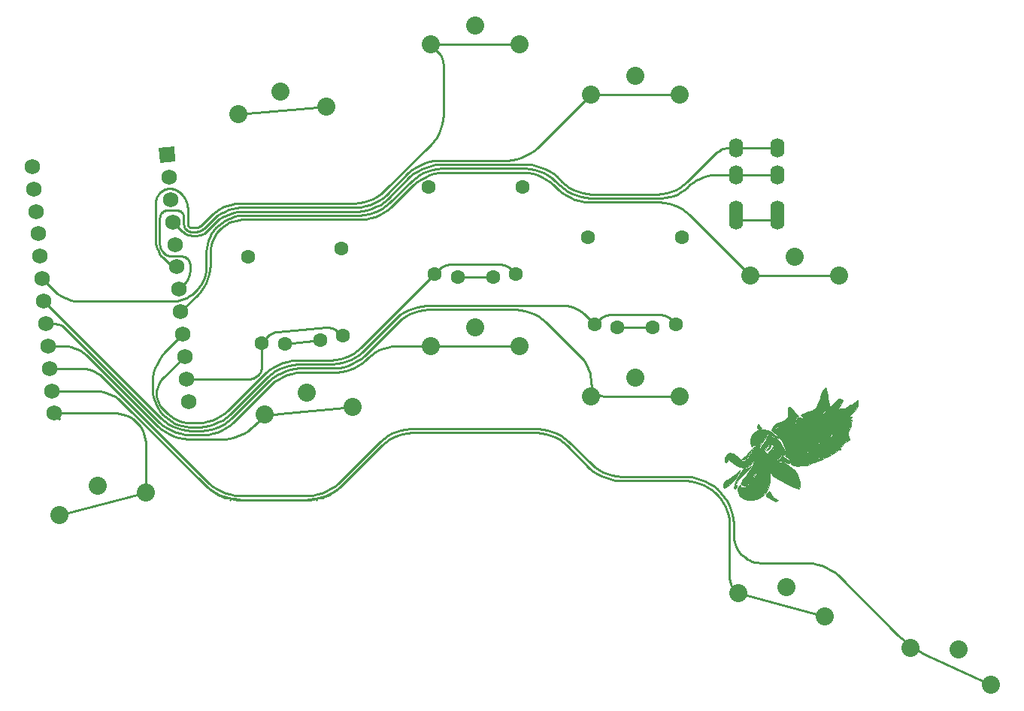
<source format=gbr>
%TF.GenerationSoftware,KiCad,Pcbnew,(5.1.10)-1*%
%TF.CreationDate,2021-07-20T22:45:32+02:00*%
%TF.ProjectId,metasepia_pfefferi_v2,6d657461-7365-4706-9961-5f7066656666,VERSION_HERE*%
%TF.SameCoordinates,Original*%
%TF.FileFunction,Copper,L1,Top*%
%TF.FilePolarity,Positive*%
%FSLAX46Y46*%
G04 Gerber Fmt 4.6, Leading zero omitted, Abs format (unit mm)*
G04 Created by KiCad (PCBNEW (5.1.10)-1) date 2021-07-20 22:45:32*
%MOMM*%
%LPD*%
G01*
G04 APERTURE LIST*
%TA.AperFunction,EtchedComponent*%
%ADD10C,0.010000*%
%TD*%
%TA.AperFunction,ComponentPad*%
%ADD11C,1.600000*%
%TD*%
%TA.AperFunction,ComponentPad*%
%ADD12C,2.032000*%
%TD*%
%TA.AperFunction,ComponentPad*%
%ADD13C,0.100000*%
%TD*%
%TA.AperFunction,ComponentPad*%
%ADD14C,1.752600*%
%TD*%
%TA.AperFunction,ComponentPad*%
%ADD15O,1.600000X2.200000*%
%TD*%
%TA.AperFunction,Conductor*%
%ADD16C,0.250000*%
%TD*%
G04 APERTURE END LIST*
D10*
%TO.C,G\u002A\u002A\u002A*%
G36*
X108339673Y33387801D02*
G01*
X108452661Y33204518D01*
X108536949Y33062442D01*
X108783499Y32741954D01*
X109021993Y32589145D01*
X109235155Y32491804D01*
X109279976Y32411544D01*
X109156526Y32347799D01*
X109054693Y32325847D01*
X108857005Y32329754D01*
X108629501Y32423156D01*
X108361830Y32598445D01*
X108133052Y32771285D01*
X107970167Y32909026D01*
X107911430Y32976891D01*
X107947056Y33075380D01*
X108044391Y33227669D01*
X108161222Y33377229D01*
X108255336Y33467531D01*
X108281343Y33472250D01*
X108339673Y33387801D01*
G37*
X108339673Y33387801D02*
X108452661Y33204518D01*
X108536949Y33062442D01*
X108783499Y32741954D01*
X109021993Y32589145D01*
X109235155Y32491804D01*
X109279976Y32411544D01*
X109156526Y32347799D01*
X109054693Y32325847D01*
X108857005Y32329754D01*
X108629501Y32423156D01*
X108361830Y32598445D01*
X108133052Y32771285D01*
X107970167Y32909026D01*
X107911430Y32976891D01*
X107947056Y33075380D01*
X108044391Y33227669D01*
X108161222Y33377229D01*
X108255336Y33467531D01*
X108281343Y33472250D01*
X108339673Y33387801D01*
G36*
X107661184Y40445158D02*
G01*
X108130871Y40346802D01*
X108608647Y40094341D01*
X108911473Y39853928D01*
X109120701Y39657561D01*
X109264225Y39508356D01*
X109311349Y39438254D01*
X109311194Y39438007D01*
X109223029Y39443103D01*
X109038479Y39508769D01*
X108808400Y39611949D01*
X108583651Y39729589D01*
X108415088Y39838632D01*
X108399630Y39851248D01*
X108205610Y39940557D01*
X108048679Y39879984D01*
X107972719Y39702571D01*
X107902535Y39551941D01*
X107748741Y39350497D01*
X107656507Y39252420D01*
X107335510Y38833025D01*
X107162192Y38369281D01*
X107145944Y37889080D01*
X107163528Y37787994D01*
X107213224Y37559301D01*
X107234511Y37489835D01*
X107233022Y37572947D01*
X107221326Y37719765D01*
X107228620Y37862041D01*
X107781088Y37959456D01*
X107836510Y37805417D01*
X107891458Y37757926D01*
X108132972Y37678144D01*
X108393562Y37765025D01*
X108634305Y37973287D01*
X108803957Y38234051D01*
X108833795Y38476959D01*
X108721253Y38669905D01*
X108691826Y38692628D01*
X108483286Y38752288D01*
X108255251Y38648851D01*
X108066675Y38461360D01*
X107856270Y38171927D01*
X107781088Y37959456D01*
X107228620Y37862041D01*
X107244983Y38181154D01*
X107410272Y38578584D01*
X107705563Y38923739D01*
X107948307Y39196865D01*
X108056894Y39450466D01*
X108066584Y39523783D01*
X108123387Y39750137D01*
X108242892Y39820088D01*
X108416337Y39730747D01*
X108487128Y39662416D01*
X108647485Y39536213D01*
X108777200Y39498631D01*
X108969897Y39457658D01*
X109199857Y39302143D01*
X109427067Y39068221D01*
X109611515Y38792022D01*
X109651215Y38709359D01*
X109765738Y38474276D01*
X109867197Y38313523D01*
X109909064Y38274320D01*
X109975586Y38177022D01*
X110037473Y37976449D01*
X110050180Y37912590D01*
X110075149Y37696462D01*
X110035719Y37592448D01*
X109918223Y37550505D01*
X109712298Y37460997D01*
X109497046Y37289535D01*
X109317361Y37083168D01*
X109218139Y36888943D01*
X109212716Y36811178D01*
X109295607Y36765721D01*
X109491362Y36726202D01*
X109595118Y36714667D01*
X109879571Y36650448D01*
X110206185Y36494076D01*
X110567874Y36259573D01*
X110895114Y36015675D01*
X111124161Y35799770D01*
X111304660Y35557272D01*
X111466343Y35271728D01*
X111621685Y34962328D01*
X111708360Y34734974D01*
X111743210Y34525556D01*
X111743074Y34269963D01*
X111741160Y34225499D01*
X111718455Y33952991D01*
X111682868Y33753599D01*
X111653817Y33686023D01*
X111558025Y33701400D01*
X111343090Y33785646D01*
X111037236Y33924223D01*
X110668685Y34102590D01*
X110265663Y34306210D01*
X109856393Y34520543D01*
X109469098Y34731050D01*
X109132001Y34923193D01*
X108873326Y35082431D01*
X108721297Y35194225D01*
X108715732Y35199550D01*
X108569500Y35384593D01*
X108485726Y35618023D01*
X108447144Y35867284D01*
X108411974Y36109330D01*
X108374522Y36256843D01*
X108351742Y36280318D01*
X108337620Y36182534D01*
X108341907Y35961866D01*
X108363530Y35663638D01*
X108367240Y35624772D01*
X108381679Y35053937D01*
X108324985Y34466297D01*
X108206452Y33922844D01*
X108043499Y33500075D01*
X107748628Y33098011D01*
X107343755Y32779057D01*
X106868380Y32558294D01*
X106361998Y32450800D01*
X105864104Y32471655D01*
X105573556Y32557073D01*
X105232738Y32714264D01*
X105014902Y32866739D01*
X104879054Y33052032D01*
X104795568Y33269439D01*
X104754381Y33612092D01*
X104825198Y33884100D01*
X104926534Y34062802D01*
X105028834Y34149090D01*
X105097161Y34128087D01*
X105099966Y34001115D01*
X105137886Y33895356D01*
X105284093Y33865140D01*
X105501438Y33899281D01*
X105752769Y33986592D01*
X106000939Y34115889D01*
X106208796Y34275984D01*
X106280377Y34356538D01*
X106392782Y34531121D01*
X106535381Y34787660D01*
X106686973Y35082969D01*
X106826358Y35373859D01*
X106932336Y35617144D01*
X106983707Y35769637D01*
X106985147Y35792228D01*
X106938944Y35801139D01*
X106842996Y35692567D01*
X106719159Y35502478D01*
X106589295Y35266841D01*
X106475260Y35021620D01*
X106412155Y34849428D01*
X106248991Y34496105D01*
X106019687Y34231216D01*
X105754254Y34071394D01*
X105482705Y34033265D01*
X105235047Y34133461D01*
X105190235Y34172322D01*
X105122710Y34244307D01*
X105093681Y34317047D01*
X105115132Y34415586D01*
X105199054Y34564965D01*
X105357433Y34790226D01*
X105602256Y35116411D01*
X105710194Y35258540D01*
X106035809Y35697039D01*
X106267393Y36037921D01*
X106421341Y36311942D01*
X106514049Y36549856D01*
X106561914Y36782419D01*
X106571640Y36874440D01*
X106580699Y37014489D01*
X106562422Y37007808D01*
X106502501Y36847978D01*
X106500565Y36842575D01*
X106345903Y36570067D01*
X106081798Y36353733D01*
X105795565Y36211664D01*
X105387973Y36115939D01*
X104965181Y36171229D01*
X104517209Y36381025D01*
X104034071Y36748820D01*
X103896006Y36875946D01*
X103745760Y37012821D01*
X103677788Y37035274D01*
X103651902Y36945832D01*
X103645690Y36891683D01*
X103573373Y36731602D01*
X103445214Y36698329D01*
X103321227Y36795172D01*
X103285991Y36871850D01*
X103274471Y37164788D01*
X103412897Y37460407D01*
X103535628Y37598155D01*
X103690275Y37711729D01*
X103867542Y37746036D01*
X104063975Y37732005D01*
X104280376Y37683694D01*
X104472192Y37574560D01*
X104688903Y37372167D01*
X104802442Y37247966D01*
X105057822Y36985775D01*
X105261074Y36859411D01*
X105454147Y36863906D01*
X105678990Y36994293D01*
X105839856Y37125106D01*
X106012283Y37292750D01*
X106180754Y37505837D01*
X106367140Y37796604D01*
X106593314Y38197291D01*
X106692862Y38382488D01*
X106725339Y38544407D01*
X106665786Y38653119D01*
X106557633Y38666692D01*
X106473948Y38593863D01*
X106360785Y38479677D01*
X106277274Y38517809D01*
X106212816Y38715794D01*
X106198731Y38789485D01*
X106196486Y38967406D01*
X106855209Y39083556D01*
X106866080Y39078768D01*
X106961002Y39144570D01*
X107110274Y39297136D01*
X107161049Y39356223D01*
X107366986Y39565439D01*
X107635633Y39791464D01*
X107767464Y39888062D01*
X107956413Y40027670D01*
X108051521Y40117744D01*
X108042940Y40137964D01*
X107895196Y40071455D01*
X107671878Y39919911D01*
X107417128Y39718050D01*
X107175089Y39500593D01*
X107007293Y39323452D01*
X106890338Y39167213D01*
X106855209Y39083556D01*
X106196486Y38967406D01*
X106192714Y39266628D01*
X106340089Y39694324D01*
X106627271Y40051270D01*
X107040674Y40316169D01*
X107215949Y40384289D01*
X107661184Y40445158D01*
G37*
X107661184Y40445158D02*
X108130871Y40346802D01*
X108608647Y40094341D01*
X108911473Y39853928D01*
X109120701Y39657561D01*
X109264225Y39508356D01*
X109311349Y39438254D01*
X109311194Y39438007D01*
X109223029Y39443103D01*
X109038479Y39508769D01*
X108808400Y39611949D01*
X108583651Y39729589D01*
X108415088Y39838632D01*
X108399630Y39851248D01*
X108205610Y39940557D01*
X108048679Y39879984D01*
X107972719Y39702571D01*
X107902535Y39551941D01*
X107748741Y39350497D01*
X107656507Y39252420D01*
X107335510Y38833025D01*
X107162192Y38369281D01*
X107145944Y37889080D01*
X107163528Y37787994D01*
X107213224Y37559301D01*
X107234511Y37489835D01*
X107233022Y37572947D01*
X107221326Y37719765D01*
X107228620Y37862041D01*
X107781088Y37959456D01*
X107836510Y37805417D01*
X107891458Y37757926D01*
X108132972Y37678144D01*
X108393562Y37765025D01*
X108634305Y37973287D01*
X108803957Y38234051D01*
X108833795Y38476959D01*
X108721253Y38669905D01*
X108691826Y38692628D01*
X108483286Y38752288D01*
X108255251Y38648851D01*
X108066675Y38461360D01*
X107856270Y38171927D01*
X107781088Y37959456D01*
X107228620Y37862041D01*
X107244983Y38181154D01*
X107410272Y38578584D01*
X107705563Y38923739D01*
X107948307Y39196865D01*
X108056894Y39450466D01*
X108066584Y39523783D01*
X108123387Y39750137D01*
X108242892Y39820088D01*
X108416337Y39730747D01*
X108487128Y39662416D01*
X108647485Y39536213D01*
X108777200Y39498631D01*
X108969897Y39457658D01*
X109199857Y39302143D01*
X109427067Y39068221D01*
X109611515Y38792022D01*
X109651215Y38709359D01*
X109765738Y38474276D01*
X109867197Y38313523D01*
X109909064Y38274320D01*
X109975586Y38177022D01*
X110037473Y37976449D01*
X110050180Y37912590D01*
X110075149Y37696462D01*
X110035719Y37592448D01*
X109918223Y37550505D01*
X109712298Y37460997D01*
X109497046Y37289535D01*
X109317361Y37083168D01*
X109218139Y36888943D01*
X109212716Y36811178D01*
X109295607Y36765721D01*
X109491362Y36726202D01*
X109595118Y36714667D01*
X109879571Y36650448D01*
X110206185Y36494076D01*
X110567874Y36259573D01*
X110895114Y36015675D01*
X111124161Y35799770D01*
X111304660Y35557272D01*
X111466343Y35271728D01*
X111621685Y34962328D01*
X111708360Y34734974D01*
X111743210Y34525556D01*
X111743074Y34269963D01*
X111741160Y34225499D01*
X111718455Y33952991D01*
X111682868Y33753599D01*
X111653817Y33686023D01*
X111558025Y33701400D01*
X111343090Y33785646D01*
X111037236Y33924223D01*
X110668685Y34102590D01*
X110265663Y34306210D01*
X109856393Y34520543D01*
X109469098Y34731050D01*
X109132001Y34923193D01*
X108873326Y35082431D01*
X108721297Y35194225D01*
X108715732Y35199550D01*
X108569500Y35384593D01*
X108485726Y35618023D01*
X108447144Y35867284D01*
X108411974Y36109330D01*
X108374522Y36256843D01*
X108351742Y36280318D01*
X108337620Y36182534D01*
X108341907Y35961866D01*
X108363530Y35663638D01*
X108367240Y35624772D01*
X108381679Y35053937D01*
X108324985Y34466297D01*
X108206452Y33922844D01*
X108043499Y33500075D01*
X107748628Y33098011D01*
X107343755Y32779057D01*
X106868380Y32558294D01*
X106361998Y32450800D01*
X105864104Y32471655D01*
X105573556Y32557073D01*
X105232738Y32714264D01*
X105014902Y32866739D01*
X104879054Y33052032D01*
X104795568Y33269439D01*
X104754381Y33612092D01*
X104825198Y33884100D01*
X104926534Y34062802D01*
X105028834Y34149090D01*
X105097161Y34128087D01*
X105099966Y34001115D01*
X105137886Y33895356D01*
X105284093Y33865140D01*
X105501438Y33899281D01*
X105752769Y33986592D01*
X106000939Y34115889D01*
X106208796Y34275984D01*
X106280377Y34356538D01*
X106392782Y34531121D01*
X106535381Y34787660D01*
X106686973Y35082969D01*
X106826358Y35373859D01*
X106932336Y35617144D01*
X106983707Y35769637D01*
X106985147Y35792228D01*
X106938944Y35801139D01*
X106842996Y35692567D01*
X106719159Y35502478D01*
X106589295Y35266841D01*
X106475260Y35021620D01*
X106412155Y34849428D01*
X106248991Y34496105D01*
X106019687Y34231216D01*
X105754254Y34071394D01*
X105482705Y34033265D01*
X105235047Y34133461D01*
X105190235Y34172322D01*
X105122710Y34244307D01*
X105093681Y34317047D01*
X105115132Y34415586D01*
X105199054Y34564965D01*
X105357433Y34790226D01*
X105602256Y35116411D01*
X105710194Y35258540D01*
X106035809Y35697039D01*
X106267393Y36037921D01*
X106421341Y36311942D01*
X106514049Y36549856D01*
X106561914Y36782419D01*
X106571640Y36874440D01*
X106580699Y37014489D01*
X106562422Y37007808D01*
X106502501Y36847978D01*
X106500565Y36842575D01*
X106345903Y36570067D01*
X106081798Y36353733D01*
X105795565Y36211664D01*
X105387973Y36115939D01*
X104965181Y36171229D01*
X104517209Y36381025D01*
X104034071Y36748820D01*
X103896006Y36875946D01*
X103745760Y37012821D01*
X103677788Y37035274D01*
X103651902Y36945832D01*
X103645690Y36891683D01*
X103573373Y36731602D01*
X103445214Y36698329D01*
X103321227Y36795172D01*
X103285991Y36871850D01*
X103274471Y37164788D01*
X103412897Y37460407D01*
X103535628Y37598155D01*
X103690275Y37711729D01*
X103867542Y37746036D01*
X104063975Y37732005D01*
X104280376Y37683694D01*
X104472192Y37574560D01*
X104688903Y37372167D01*
X104802442Y37247966D01*
X105057822Y36985775D01*
X105261074Y36859411D01*
X105454147Y36863906D01*
X105678990Y36994293D01*
X105839856Y37125106D01*
X106012283Y37292750D01*
X106180754Y37505837D01*
X106367140Y37796604D01*
X106593314Y38197291D01*
X106692862Y38382488D01*
X106725339Y38544407D01*
X106665786Y38653119D01*
X106557633Y38666692D01*
X106473948Y38593863D01*
X106360785Y38479677D01*
X106277274Y38517809D01*
X106212816Y38715794D01*
X106198731Y38789485D01*
X106196486Y38967406D01*
X106855209Y39083556D01*
X106866080Y39078768D01*
X106961002Y39144570D01*
X107110274Y39297136D01*
X107161049Y39356223D01*
X107366986Y39565439D01*
X107635633Y39791464D01*
X107767464Y39888062D01*
X107956413Y40027670D01*
X108051521Y40117744D01*
X108042940Y40137964D01*
X107895196Y40071455D01*
X107671878Y39919911D01*
X107417128Y39718050D01*
X107175089Y39500593D01*
X107007293Y39323452D01*
X106890338Y39167213D01*
X106855209Y39083556D01*
X106196486Y38967406D01*
X106192714Y39266628D01*
X106340089Y39694324D01*
X106627271Y40051270D01*
X107040674Y40316169D01*
X107215949Y40384289D01*
X107661184Y40445158D01*
G36*
X106204922Y36182634D02*
G01*
X106061772Y36008538D01*
X105827512Y35756189D01*
X105513041Y35438011D01*
X105190021Y35124323D01*
X104843388Y34780114D01*
X104621311Y34527035D01*
X104514064Y34353053D01*
X104501870Y34273158D01*
X104561988Y34144638D01*
X104617412Y34122618D01*
X104668424Y34079857D01*
X104644899Y33957931D01*
X104568654Y33816928D01*
X104472312Y33722968D01*
X104361271Y33714848D01*
X104331481Y33776755D01*
X104347790Y34072602D01*
X104476804Y34473737D01*
X104712771Y34964443D01*
X104861735Y35226171D01*
X105063627Y35555616D01*
X105217313Y35769862D01*
X105355331Y35902556D01*
X105510213Y35987342D01*
X105644535Y36035700D01*
X105907747Y36129438D01*
X106122941Y36219982D01*
X106174300Y36246369D01*
X106246065Y36266051D01*
X106204922Y36182634D01*
G37*
X106204922Y36182634D02*
X106061772Y36008538D01*
X105827512Y35756189D01*
X105513041Y35438011D01*
X105190021Y35124323D01*
X104843388Y34780114D01*
X104621311Y34527035D01*
X104514064Y34353053D01*
X104501870Y34273158D01*
X104561988Y34144638D01*
X104617412Y34122618D01*
X104668424Y34079857D01*
X104644899Y33957931D01*
X104568654Y33816928D01*
X104472312Y33722968D01*
X104361271Y33714848D01*
X104331481Y33776755D01*
X104347790Y34072602D01*
X104476804Y34473737D01*
X104712771Y34964443D01*
X104861735Y35226171D01*
X105063627Y35555616D01*
X105217313Y35769862D01*
X105355331Y35902556D01*
X105510213Y35987342D01*
X105644535Y36035700D01*
X105907747Y36129438D01*
X106122941Y36219982D01*
X106174300Y36246369D01*
X106246065Y36266051D01*
X106204922Y36182634D01*
G36*
X104974435Y35746835D02*
G01*
X104865196Y35538836D01*
X104746451Y35323952D01*
X104453090Y34859645D01*
X104126780Y34485973D01*
X103851792Y34243089D01*
X103574417Y34018480D01*
X103398496Y33883074D01*
X103294210Y33819114D01*
X103231740Y33808836D01*
X103181268Y33834483D01*
X103174119Y33839469D01*
X103095857Y33985052D01*
X103110538Y34200031D01*
X103197482Y34428245D01*
X103336016Y34613530D01*
X103490023Y34697584D01*
X103657223Y34769536D01*
X103908449Y34926089D01*
X104202985Y35137330D01*
X104500117Y35373349D01*
X104759129Y35604230D01*
X104852363Y35698444D01*
X104963837Y35811856D01*
X105005922Y35832913D01*
X104974435Y35746835D01*
G37*
X104974435Y35746835D02*
X104865196Y35538836D01*
X104746451Y35323952D01*
X104453090Y34859645D01*
X104126780Y34485973D01*
X103851792Y34243089D01*
X103574417Y34018480D01*
X103398496Y33883074D01*
X103294210Y33819114D01*
X103231740Y33808836D01*
X103181268Y33834483D01*
X103174119Y33839469D01*
X103095857Y33985052D01*
X103110538Y34200031D01*
X103197482Y34428245D01*
X103336016Y34613530D01*
X103490023Y34697584D01*
X103657223Y34769536D01*
X103908449Y34926089D01*
X104202985Y35137330D01*
X104500117Y35373349D01*
X104759129Y35604230D01*
X104852363Y35698444D01*
X104963837Y35811856D01*
X105005922Y35832913D01*
X104974435Y35746835D01*
G36*
X114681471Y45102010D02*
G01*
X114738253Y44893989D01*
X114802153Y44583424D01*
X114858900Y44246336D01*
X114923860Y43856549D01*
X114989259Y43522906D01*
X115046783Y43284713D01*
X115082906Y43187194D01*
X115087631Y43089181D01*
X114988661Y42935565D01*
X114772350Y42707495D01*
X114654955Y42595898D01*
X114328179Y42290472D01*
X114113837Y42087967D01*
X114000434Y41975916D01*
X113976472Y41941854D01*
X114030454Y41973312D01*
X114150882Y42057825D01*
X114173836Y42074215D01*
X114351471Y42220610D01*
X114609832Y42458261D01*
X114914365Y42754391D01*
X115230514Y43076228D01*
X115232806Y43078619D01*
X115615323Y43462837D01*
X115911289Y43721743D01*
X116137064Y43864498D01*
X116309005Y43900263D01*
X116443471Y43838202D01*
X116493193Y43784551D01*
X116536345Y43695681D01*
X116524406Y43578022D01*
X116445358Y43400339D01*
X116287183Y43131397D01*
X116171012Y42947214D01*
X115984299Y42636140D01*
X115844021Y42366694D01*
X115769178Y42177360D01*
X115762925Y42120688D01*
X115792792Y42034611D01*
X115818787Y42114604D01*
X115819022Y42115860D01*
X115871412Y42284736D01*
X115961811Y42502047D01*
X116049392Y42656063D01*
X116163123Y42735067D01*
X116361439Y42769402D01*
X116493967Y42778371D01*
X116809348Y42821210D01*
X117017202Y42918486D01*
X117078076Y42971712D01*
X117261626Y43109465D01*
X117409601Y43170077D01*
X117567714Y43240009D01*
X117783918Y43384731D01*
X117890976Y43470366D01*
X118083910Y43615051D01*
X118224626Y43685264D01*
X118264665Y43681521D01*
X118292504Y43566044D01*
X118296977Y43350165D01*
X118292281Y43264688D01*
X118238799Y42997485D01*
X118100162Y42758127D01*
X117926492Y42563998D01*
X117727704Y42353828D01*
X117576127Y42178369D01*
X117521667Y42103182D01*
X117395340Y41985453D01*
X117254147Y41913851D01*
X117144392Y41868693D01*
X117184196Y41860822D01*
X117325074Y41877288D01*
X117540259Y41879042D01*
X117601750Y41816739D01*
X117505575Y41705416D01*
X117389824Y41631962D01*
X117210240Y41517654D01*
X117172991Y41462394D01*
X117279239Y41477583D01*
X117377591Y41511734D01*
X117528337Y41550545D01*
X117572363Y41488826D01*
X117568728Y41426048D01*
X117549083Y41215679D01*
X117534670Y41013600D01*
X117476626Y40763635D01*
X117362981Y40523645D01*
X117200513Y40164701D01*
X117158850Y39807188D01*
X117243709Y39502397D01*
X117248286Y39494575D01*
X117350844Y39312563D01*
X117356911Y39227084D01*
X117255698Y39188633D01*
X117178576Y39174592D01*
X116993189Y39080451D01*
X116774740Y38878590D01*
X116686692Y38773539D01*
X116491296Y38553033D01*
X116349824Y38479995D01*
X116239398Y38550975D01*
X116163968Y38694785D01*
X116143707Y38721623D01*
X116167224Y38610737D01*
X116196788Y38501787D01*
X116296706Y38148674D01*
X116021851Y38234515D01*
X115802469Y38287359D01*
X115645021Y38298525D01*
X115639293Y38297488D01*
X115635356Y38266759D01*
X115765004Y38220763D01*
X115799622Y38212290D01*
X116067654Y38149959D01*
X115883604Y37979791D01*
X115665084Y37815299D01*
X115333049Y37609432D01*
X114930728Y37384886D01*
X114501350Y37164354D01*
X114088144Y36970530D01*
X113734340Y36826109D01*
X113602435Y36782216D01*
X113292493Y36677835D01*
X113024601Y36565843D01*
X112880904Y36486034D01*
X112628902Y36380349D01*
X112471103Y36372253D01*
X112258192Y36373837D01*
X111966191Y36349452D01*
X111815368Y36328943D01*
X111492168Y36305176D01*
X111179746Y36324155D01*
X111069863Y36346264D01*
X110849530Y36435713D01*
X110722839Y36586684D01*
X110657696Y36756031D01*
X110625492Y36814930D01*
X113595759Y37338668D01*
X113624587Y37298766D01*
X113681482Y37246875D01*
X113877746Y37147178D01*
X114047152Y37185608D01*
X114141485Y37347367D01*
X114146867Y37389725D01*
X114135573Y37593254D01*
X114099904Y37703843D01*
X114066284Y37707365D01*
X114070999Y37577581D01*
X114071957Y37570947D01*
X114048781Y37351186D01*
X113921728Y37244542D01*
X113722848Y37276104D01*
X113706195Y37284601D01*
X113595759Y37338668D01*
X110625492Y36814930D01*
X110472139Y37095395D01*
X110281447Y37280253D01*
X110171965Y37374727D01*
X112454471Y37777194D01*
X112481222Y37747198D01*
X112486438Y37748016D01*
X112658873Y37822872D01*
X112720478Y37869315D01*
X112799824Y37967458D01*
X112761495Y37989360D01*
X112639336Y37934382D01*
X112550457Y37872524D01*
X112454471Y37777194D01*
X110171965Y37374727D01*
X110134519Y37407039D01*
X110091096Y37486912D01*
X110107224Y37497859D01*
X110152909Y37584097D01*
X110149747Y37791273D01*
X110125300Y37946928D01*
X113728990Y38582356D01*
X113769216Y38580217D01*
X113889159Y38654575D01*
X113938908Y38720904D01*
X113962488Y38850186D01*
X113866561Y38935330D01*
X113728075Y38976959D01*
X113675574Y38956047D01*
X113694426Y38908495D01*
X113728725Y38910182D01*
X113823234Y38867313D01*
X113844343Y38748713D01*
X113779661Y38636608D01*
X113770849Y38630656D01*
X113728990Y38582356D01*
X110125300Y37946928D01*
X110104349Y38080332D01*
X110023331Y38412219D01*
X109992603Y38505960D01*
X114908106Y39372696D01*
X115191667Y39606191D01*
X115362255Y39764478D01*
X115406620Y39868030D01*
X115359008Y39938284D01*
X115211626Y40014640D01*
X115148997Y40019025D01*
X115131315Y39979687D01*
X115194552Y39942270D01*
X115267978Y39883155D01*
X115238048Y39781752D01*
X115121001Y39628032D01*
X114908106Y39372696D01*
X109992603Y38505960D01*
X109913304Y38747877D01*
X109882011Y38827878D01*
X109823530Y38936710D01*
X114651990Y39788098D01*
X114707691Y39777941D01*
X114878744Y39848699D01*
X114944388Y39898291D01*
X114998850Y39972366D01*
X114936836Y39969571D01*
X114789798Y39895453D01*
X114735937Y39861536D01*
X114651990Y39788098D01*
X109823530Y38936710D01*
X109726347Y39117561D01*
X109625393Y39243248D01*
X116335218Y40426371D01*
X116445068Y40502400D01*
X116592702Y40637123D01*
X116653169Y40725506D01*
X116623442Y40833230D01*
X116492280Y40909092D01*
X116355277Y40916893D01*
X116352117Y40881663D01*
X116435697Y40840739D01*
X116540631Y40786712D01*
X116532091Y40707050D01*
X116438497Y40581074D01*
X116332822Y40446448D01*
X116335218Y40426371D01*
X109625393Y39243248D01*
X109477902Y39426871D01*
X109114754Y39784734D01*
X108511414Y40338000D01*
X108527846Y40368417D01*
X109045240Y40459647D01*
X109128228Y40523693D01*
X109201121Y40597164D01*
X109376768Y40752585D01*
X109519597Y40793079D01*
X109615874Y40772703D01*
X109790443Y40730061D01*
X109870746Y40726569D01*
X109849399Y40759380D01*
X109707304Y40818926D01*
X109686665Y40825953D01*
X109424909Y40853269D01*
X109212267Y40731259D01*
X109066359Y40526566D01*
X109045240Y40459647D01*
X108527846Y40368417D01*
X108701518Y40689888D01*
X108849804Y40920605D01*
X109022568Y41059295D01*
X109290333Y41161790D01*
X109302106Y41165352D01*
X109632812Y41292564D01*
X109963155Y41461175D01*
X110052872Y41517261D01*
X110258312Y41668999D01*
X110355131Y41807306D01*
X110379346Y42003882D01*
X110374960Y42158431D01*
X110376853Y42554808D01*
X110419299Y42834673D01*
X110498301Y42976195D01*
X110526961Y42988155D01*
X110635009Y42940652D01*
X110782136Y42805546D01*
X110788860Y42797910D01*
X110956461Y42612037D01*
X111173996Y42378628D01*
X111271782Y42275881D01*
X111576050Y41958775D01*
X111449628Y41722886D01*
X111351937Y41462073D01*
X111312586Y41232291D01*
X111247472Y40983544D01*
X111118256Y40772199D01*
X111016682Y40638904D01*
X111008099Y40580916D01*
X111016248Y40581219D01*
X111142778Y40677969D01*
X111163877Y40713776D01*
X116811609Y41709624D01*
X116895922Y41710723D01*
X117001364Y41745123D01*
X116997636Y41773813D01*
X116882531Y41774040D01*
X116836663Y41752217D01*
X116811609Y41709624D01*
X111163877Y40713776D01*
X111271183Y40895883D01*
X111377825Y41188726D01*
X111419590Y41370210D01*
X111515708Y41667060D01*
X111662442Y41806142D01*
X111850061Y41784055D01*
X112068833Y41597398D01*
X112069024Y41597173D01*
X112247796Y41424084D01*
X112411755Y41321423D01*
X112442121Y41312956D01*
X112541003Y41304270D01*
X112486847Y41347636D01*
X112446554Y41370539D01*
X112299753Y41486119D01*
X112116308Y41671907D01*
X112068032Y41727292D01*
X111835849Y42002172D01*
X112089682Y42182466D01*
X112337569Y42311758D01*
X112643777Y42412661D01*
X112731112Y42431105D01*
X113094069Y42530660D01*
X113381821Y42701566D01*
X113614534Y42967633D01*
X113812375Y43352668D01*
X113995512Y43880479D01*
X114015290Y43947132D01*
X114159417Y44378825D01*
X114315237Y44744577D01*
X114467659Y45014710D01*
X114601591Y45159543D01*
X114639523Y45174848D01*
X114681471Y45102010D01*
G37*
X114681471Y45102010D02*
X114738253Y44893989D01*
X114802153Y44583424D01*
X114858900Y44246336D01*
X114923860Y43856549D01*
X114989259Y43522906D01*
X115046783Y43284713D01*
X115082906Y43187194D01*
X115087631Y43089181D01*
X114988661Y42935565D01*
X114772350Y42707495D01*
X114654955Y42595898D01*
X114328179Y42290472D01*
X114113837Y42087967D01*
X114000434Y41975916D01*
X113976472Y41941854D01*
X114030454Y41973312D01*
X114150882Y42057825D01*
X114173836Y42074215D01*
X114351471Y42220610D01*
X114609832Y42458261D01*
X114914365Y42754391D01*
X115230514Y43076228D01*
X115232806Y43078619D01*
X115615323Y43462837D01*
X115911289Y43721743D01*
X116137064Y43864498D01*
X116309005Y43900263D01*
X116443471Y43838202D01*
X116493193Y43784551D01*
X116536345Y43695681D01*
X116524406Y43578022D01*
X116445358Y43400339D01*
X116287183Y43131397D01*
X116171012Y42947214D01*
X115984299Y42636140D01*
X115844021Y42366694D01*
X115769178Y42177360D01*
X115762925Y42120688D01*
X115792792Y42034611D01*
X115818787Y42114604D01*
X115819022Y42115860D01*
X115871412Y42284736D01*
X115961811Y42502047D01*
X116049392Y42656063D01*
X116163123Y42735067D01*
X116361439Y42769402D01*
X116493967Y42778371D01*
X116809348Y42821210D01*
X117017202Y42918486D01*
X117078076Y42971712D01*
X117261626Y43109465D01*
X117409601Y43170077D01*
X117567714Y43240009D01*
X117783918Y43384731D01*
X117890976Y43470366D01*
X118083910Y43615051D01*
X118224626Y43685264D01*
X118264665Y43681521D01*
X118292504Y43566044D01*
X118296977Y43350165D01*
X118292281Y43264688D01*
X118238799Y42997485D01*
X118100162Y42758127D01*
X117926492Y42563998D01*
X117727704Y42353828D01*
X117576127Y42178369D01*
X117521667Y42103182D01*
X117395340Y41985453D01*
X117254147Y41913851D01*
X117144392Y41868693D01*
X117184196Y41860822D01*
X117325074Y41877288D01*
X117540259Y41879042D01*
X117601750Y41816739D01*
X117505575Y41705416D01*
X117389824Y41631962D01*
X117210240Y41517654D01*
X117172991Y41462394D01*
X117279239Y41477583D01*
X117377591Y41511734D01*
X117528337Y41550545D01*
X117572363Y41488826D01*
X117568728Y41426048D01*
X117549083Y41215679D01*
X117534670Y41013600D01*
X117476626Y40763635D01*
X117362981Y40523645D01*
X117200513Y40164701D01*
X117158850Y39807188D01*
X117243709Y39502397D01*
X117248286Y39494575D01*
X117350844Y39312563D01*
X117356911Y39227084D01*
X117255698Y39188633D01*
X117178576Y39174592D01*
X116993189Y39080451D01*
X116774740Y38878590D01*
X116686692Y38773539D01*
X116491296Y38553033D01*
X116349824Y38479995D01*
X116239398Y38550975D01*
X116163968Y38694785D01*
X116143707Y38721623D01*
X116167224Y38610737D01*
X116196788Y38501787D01*
X116296706Y38148674D01*
X116021851Y38234515D01*
X115802469Y38287359D01*
X115645021Y38298525D01*
X115639293Y38297488D01*
X115635356Y38266759D01*
X115765004Y38220763D01*
X115799622Y38212290D01*
X116067654Y38149959D01*
X115883604Y37979791D01*
X115665084Y37815299D01*
X115333049Y37609432D01*
X114930728Y37384886D01*
X114501350Y37164354D01*
X114088144Y36970530D01*
X113734340Y36826109D01*
X113602435Y36782216D01*
X113292493Y36677835D01*
X113024601Y36565843D01*
X112880904Y36486034D01*
X112628902Y36380349D01*
X112471103Y36372253D01*
X112258192Y36373837D01*
X111966191Y36349452D01*
X111815368Y36328943D01*
X111492168Y36305176D01*
X111179746Y36324155D01*
X111069863Y36346264D01*
X110849530Y36435713D01*
X110722839Y36586684D01*
X110657696Y36756031D01*
X110625492Y36814930D01*
X113595759Y37338668D01*
X113624587Y37298766D01*
X113681482Y37246875D01*
X113877746Y37147178D01*
X114047152Y37185608D01*
X114141485Y37347367D01*
X114146867Y37389725D01*
X114135573Y37593254D01*
X114099904Y37703843D01*
X114066284Y37707365D01*
X114070999Y37577581D01*
X114071957Y37570947D01*
X114048781Y37351186D01*
X113921728Y37244542D01*
X113722848Y37276104D01*
X113706195Y37284601D01*
X113595759Y37338668D01*
X110625492Y36814930D01*
X110472139Y37095395D01*
X110281447Y37280253D01*
X110171965Y37374727D01*
X112454471Y37777194D01*
X112481222Y37747198D01*
X112486438Y37748016D01*
X112658873Y37822872D01*
X112720478Y37869315D01*
X112799824Y37967458D01*
X112761495Y37989360D01*
X112639336Y37934382D01*
X112550457Y37872524D01*
X112454471Y37777194D01*
X110171965Y37374727D01*
X110134519Y37407039D01*
X110091096Y37486912D01*
X110107224Y37497859D01*
X110152909Y37584097D01*
X110149747Y37791273D01*
X110125300Y37946928D01*
X113728990Y38582356D01*
X113769216Y38580217D01*
X113889159Y38654575D01*
X113938908Y38720904D01*
X113962488Y38850186D01*
X113866561Y38935330D01*
X113728075Y38976959D01*
X113675574Y38956047D01*
X113694426Y38908495D01*
X113728725Y38910182D01*
X113823234Y38867313D01*
X113844343Y38748713D01*
X113779661Y38636608D01*
X113770849Y38630656D01*
X113728990Y38582356D01*
X110125300Y37946928D01*
X110104349Y38080332D01*
X110023331Y38412219D01*
X109992603Y38505960D01*
X114908106Y39372696D01*
X115191667Y39606191D01*
X115362255Y39764478D01*
X115406620Y39868030D01*
X115359008Y39938284D01*
X115211626Y40014640D01*
X115148997Y40019025D01*
X115131315Y39979687D01*
X115194552Y39942270D01*
X115267978Y39883155D01*
X115238048Y39781752D01*
X115121001Y39628032D01*
X114908106Y39372696D01*
X109992603Y38505960D01*
X109913304Y38747877D01*
X109882011Y38827878D01*
X109823530Y38936710D01*
X114651990Y39788098D01*
X114707691Y39777941D01*
X114878744Y39848699D01*
X114944388Y39898291D01*
X114998850Y39972366D01*
X114936836Y39969571D01*
X114789798Y39895453D01*
X114735937Y39861536D01*
X114651990Y39788098D01*
X109823530Y38936710D01*
X109726347Y39117561D01*
X109625393Y39243248D01*
X116335218Y40426371D01*
X116445068Y40502400D01*
X116592702Y40637123D01*
X116653169Y40725506D01*
X116623442Y40833230D01*
X116492280Y40909092D01*
X116355277Y40916893D01*
X116352117Y40881663D01*
X116435697Y40840739D01*
X116540631Y40786712D01*
X116532091Y40707050D01*
X116438497Y40581074D01*
X116332822Y40446448D01*
X116335218Y40426371D01*
X109625393Y39243248D01*
X109477902Y39426871D01*
X109114754Y39784734D01*
X108511414Y40338000D01*
X108527846Y40368417D01*
X109045240Y40459647D01*
X109128228Y40523693D01*
X109201121Y40597164D01*
X109376768Y40752585D01*
X109519597Y40793079D01*
X109615874Y40772703D01*
X109790443Y40730061D01*
X109870746Y40726569D01*
X109849399Y40759380D01*
X109707304Y40818926D01*
X109686665Y40825953D01*
X109424909Y40853269D01*
X109212267Y40731259D01*
X109066359Y40526566D01*
X109045240Y40459647D01*
X108527846Y40368417D01*
X108701518Y40689888D01*
X108849804Y40920605D01*
X109022568Y41059295D01*
X109290333Y41161790D01*
X109302106Y41165352D01*
X109632812Y41292564D01*
X109963155Y41461175D01*
X110052872Y41517261D01*
X110258312Y41668999D01*
X110355131Y41807306D01*
X110379346Y42003882D01*
X110374960Y42158431D01*
X110376853Y42554808D01*
X110419299Y42834673D01*
X110498301Y42976195D01*
X110526961Y42988155D01*
X110635009Y42940652D01*
X110782136Y42805546D01*
X110788860Y42797910D01*
X110956461Y42612037D01*
X111173996Y42378628D01*
X111271782Y42275881D01*
X111576050Y41958775D01*
X111449628Y41722886D01*
X111351937Y41462073D01*
X111312586Y41232291D01*
X111247472Y40983544D01*
X111118256Y40772199D01*
X111016682Y40638904D01*
X111008099Y40580916D01*
X111016248Y40581219D01*
X111142778Y40677969D01*
X111163877Y40713776D01*
X116811609Y41709624D01*
X116895922Y41710723D01*
X117001364Y41745123D01*
X116997636Y41773813D01*
X116882531Y41774040D01*
X116836663Y41752217D01*
X116811609Y41709624D01*
X111163877Y40713776D01*
X111271183Y40895883D01*
X111377825Y41188726D01*
X111419590Y41370210D01*
X111515708Y41667060D01*
X111662442Y41806142D01*
X111850061Y41784055D01*
X112068833Y41597398D01*
X112069024Y41597173D01*
X112247796Y41424084D01*
X112411755Y41321423D01*
X112442121Y41312956D01*
X112541003Y41304270D01*
X112486847Y41347636D01*
X112446554Y41370539D01*
X112299753Y41486119D01*
X112116308Y41671907D01*
X112068032Y41727292D01*
X111835849Y42002172D01*
X112089682Y42182466D01*
X112337569Y42311758D01*
X112643777Y42412661D01*
X112731112Y42431105D01*
X113094069Y42530660D01*
X113381821Y42701566D01*
X113614534Y42967633D01*
X113812375Y43352668D01*
X113995512Y43880479D01*
X114015290Y43947132D01*
X114159417Y44378825D01*
X114315237Y44744577D01*
X114467659Y45014710D01*
X114601591Y45159543D01*
X114639523Y45174848D01*
X114681471Y45102010D01*
G36*
X110013845Y37284078D02*
G01*
X110245156Y37137225D01*
X110460099Y36946276D01*
X110571185Y36767968D01*
X110581218Y36631561D01*
X110493001Y36566312D01*
X110309334Y36601480D01*
X110199088Y36656257D01*
X109967108Y36747023D01*
X109676634Y36809436D01*
X109612881Y36816621D01*
X109250863Y36848744D01*
X109464971Y37092141D01*
X109655107Y37278879D01*
X109820830Y37341862D01*
X110013845Y37284078D01*
G37*
X110013845Y37284078D02*
X110245156Y37137225D01*
X110460099Y36946276D01*
X110571185Y36767968D01*
X110581218Y36631561D01*
X110493001Y36566312D01*
X110309334Y36601480D01*
X110199088Y36656257D01*
X109967108Y36747023D01*
X109676634Y36809436D01*
X109612881Y36816621D01*
X109250863Y36848744D01*
X109464971Y37092141D01*
X109655107Y37278879D01*
X109820830Y37341862D01*
X110013845Y37284078D01*
G36*
X106586122Y38481113D02*
G01*
X106557787Y38419507D01*
X106275270Y37880379D01*
X106017965Y37480416D01*
X105818676Y37253772D01*
X105623492Y37117641D01*
X105411015Y37022611D01*
X105231866Y36984950D01*
X105136671Y37020931D01*
X105132824Y37033331D01*
X105190936Y37114710D01*
X105349323Y37230269D01*
X105389577Y37254232D01*
X105589298Y37405544D01*
X105827339Y37636844D01*
X105997096Y37831324D01*
X106200418Y38080625D01*
X106381740Y38295665D01*
X106481049Y38407317D01*
X106580490Y38505921D01*
X106586122Y38481113D01*
G37*
X106586122Y38481113D02*
X106557787Y38419507D01*
X106275270Y37880379D01*
X106017965Y37480416D01*
X105818676Y37253772D01*
X105623492Y37117641D01*
X105411015Y37022611D01*
X105231866Y36984950D01*
X105136671Y37020931D01*
X105132824Y37033331D01*
X105190936Y37114710D01*
X105349323Y37230269D01*
X105389577Y37254232D01*
X105589298Y37405544D01*
X105827339Y37636844D01*
X105997096Y37831324D01*
X106200418Y38080625D01*
X106381740Y38295665D01*
X106481049Y38407317D01*
X106580490Y38505921D01*
X106586122Y38481113D01*
G36*
X107145859Y40915597D02*
G01*
X107214022Y40855200D01*
X107377783Y40685922D01*
X107400889Y40586073D01*
X107280871Y40527208D01*
X107183793Y40507263D01*
X107008468Y40491589D01*
X106947130Y40559623D01*
X106946641Y40701871D01*
X106971373Y40920355D01*
X107028160Y40986081D01*
X107145859Y40915597D01*
G37*
X107145859Y40915597D02*
X107214022Y40855200D01*
X107377783Y40685922D01*
X107400889Y40586073D01*
X107280871Y40527208D01*
X107183793Y40507263D01*
X107008468Y40491589D01*
X106947130Y40559623D01*
X106946641Y40701871D01*
X106971373Y40920355D01*
X107028160Y40986081D01*
X107145859Y40915597D01*
G36*
X108743395Y38461928D02*
G01*
X108745422Y38453187D01*
X108705521Y38260261D01*
X108522618Y38028683D01*
X108338116Y37870671D01*
X108210917Y37780139D01*
X108193334Y37798762D01*
X108236528Y37881368D01*
X108376134Y38046846D01*
X108463456Y38109294D01*
X108594716Y38243980D01*
X108659424Y38383603D01*
X108708321Y38504597D01*
X108743395Y38461928D01*
G37*
X108743395Y38461928D02*
X108745422Y38453187D01*
X108705521Y38260261D01*
X108522618Y38028683D01*
X108338116Y37870671D01*
X108210917Y37780139D01*
X108193334Y37798762D01*
X108236528Y37881368D01*
X108376134Y38046846D01*
X108463456Y38109294D01*
X108594716Y38243980D01*
X108659424Y38383603D01*
X108708321Y38504597D01*
X108743395Y38461928D01*
G36*
X108418812Y38596254D02*
G01*
X108425736Y38492566D01*
X108372090Y38367664D01*
X108256113Y38222819D01*
X108120429Y38098034D01*
X108007664Y38033313D01*
X107961406Y38056797D01*
X108002664Y38161653D01*
X108116026Y38330071D01*
X108257807Y38502061D01*
X108352937Y38594410D01*
X108418812Y38596254D01*
G37*
X108418812Y38596254D02*
X108425736Y38492566D01*
X108372090Y38367664D01*
X108256113Y38222819D01*
X108120429Y38098034D01*
X108007664Y38033313D01*
X107961406Y38056797D01*
X108002664Y38161653D01*
X108116026Y38330071D01*
X108257807Y38502061D01*
X108352937Y38594410D01*
X108418812Y38596254D01*
%TD*%
D11*
%TO.P,S6,3*%
%TO.N,N/C*%
X80494181Y67773257D03*
%TO.P,S6,4*%
X69894181Y67773257D03*
%TO.P,S6,1*%
%TO.N,P14*%
X70614181Y57923257D03*
%TO.P,S6,2*%
%TO.N,GND*%
X77194181Y57623257D03*
%TO.P,S6,1*%
%TO.N,P14*%
X79774181Y57923257D03*
%TO.P,S6,2*%
%TO.N,GND*%
X73194181Y57623257D03*
%TD*%
D12*
%TO.P,S1,1*%
%TO.N,P9*%
X38051049Y33330780D03*
%TO.P,S1,2*%
%TO.N,GND*%
X32677900Y34065129D03*
%TO.P,S1,1*%
%TO.N,P9*%
X28391790Y30742590D03*
%TO.P,S1,2*%
%TO.N,GND*%
X32677900Y34065129D03*
%TD*%
%TO.P,S2,1*%
%TO.N,P6*%
X61410147Y42943513D03*
%TO.P,S2,2*%
%TO.N,GND*%
X56246146Y44599743D03*
%TO.P,S2,1*%
%TO.N,P6*%
X51448200Y42071955D03*
%TO.P,S2,2*%
%TO.N,GND*%
X56246146Y44599743D03*
%TD*%
D11*
%TO.P,S3,3*%
%TO.N,N/C*%
X60144559Y60851355D03*
%TO.P,S3,4*%
X49584895Y59927504D03*
%TO.P,S3,1*%
%TO.N,P16*%
X51160640Y50177739D03*
%TO.P,S3,2*%
%TO.N,GND*%
X57741747Y50452365D03*
%TO.P,S3,1*%
%TO.N,P16*%
X60285783Y50976085D03*
%TO.P,S3,2*%
%TO.N,GND*%
X53756969Y50103742D03*
%TD*%
D12*
%TO.P,S4,1*%
%TO.N,P21*%
X58446851Y76814135D03*
%TO.P,S4,2*%
%TO.N,GND*%
X53282850Y78470365D03*
%TO.P,S4,1*%
%TO.N,P21*%
X48484904Y75942577D03*
%TO.P,S4,2*%
%TO.N,GND*%
X53282850Y78470365D03*
%TD*%
%TO.P,S5,1*%
%TO.N,P5*%
X80194181Y49823257D03*
%TO.P,S5,2*%
%TO.N,GND*%
X75194181Y51923257D03*
%TO.P,S5,1*%
%TO.N,P5*%
X70194181Y49823257D03*
%TO.P,S5,2*%
%TO.N,GND*%
X75194181Y51923257D03*
%TD*%
%TO.P,S7,1*%
%TO.N,P20*%
X80194181Y83823257D03*
%TO.P,S7,2*%
%TO.N,GND*%
X75194181Y85923257D03*
%TO.P,S7,1*%
%TO.N,P20*%
X70194181Y83823257D03*
%TO.P,S7,2*%
%TO.N,GND*%
X75194181Y85923257D03*
%TD*%
%TO.P,S8,1*%
%TO.N,P4*%
X98194181Y44156591D03*
%TO.P,S8,2*%
%TO.N,GND*%
X93194181Y46256591D03*
%TO.P,S8,1*%
%TO.N,P4*%
X88194181Y44156591D03*
%TO.P,S8,2*%
%TO.N,GND*%
X93194181Y46256591D03*
%TD*%
D11*
%TO.P,S9,3*%
%TO.N,N/C*%
X98494181Y62106591D03*
%TO.P,S9,4*%
X87894181Y62106591D03*
%TO.P,S9,1*%
%TO.N,P15*%
X88614181Y52256591D03*
%TO.P,S9,2*%
%TO.N,GND*%
X95194181Y51956591D03*
%TO.P,S9,1*%
%TO.N,P15*%
X97774181Y52256591D03*
%TO.P,S9,2*%
%TO.N,GND*%
X91194181Y51956591D03*
%TD*%
D12*
%TO.P,S10,1*%
%TO.N,P19*%
X98194181Y78156591D03*
%TO.P,S10,2*%
%TO.N,GND*%
X93194181Y80256591D03*
%TO.P,S10,1*%
%TO.N,P19*%
X88194181Y78156591D03*
%TO.P,S10,2*%
%TO.N,GND*%
X93194181Y80256591D03*
%TD*%
%TO.P,S11,1*%
%TO.N,P18*%
X116194181Y57756591D03*
%TO.P,S11,2*%
%TO.N,GND*%
X111194181Y59856591D03*
%TO.P,S11,1*%
%TO.N,P18*%
X106194181Y57756591D03*
%TO.P,S11,2*%
%TO.N,GND*%
X111194181Y59856591D03*
%TD*%
%TO.P,S12,1*%
%TO.N,P8*%
X114507323Y19333013D03*
%TO.P,S12,2*%
%TO.N,GND*%
X110221213Y22655552D03*
%TO.P,S12,1*%
%TO.N,P8*%
X104848064Y21921203D03*
%TO.P,S12,2*%
%TO.N,GND*%
X110221213Y22655552D03*
%TD*%
%TO.P,S13,1*%
%TO.N,P7*%
X133237864Y11588162D03*
%TO.P,S13,2*%
%TO.N,GND*%
X129593824Y15604500D03*
%TO.P,S13,1*%
%TO.N,P7*%
X124174786Y15814345D03*
%TO.P,S13,2*%
%TO.N,GND*%
X129593824Y15604500D03*
%TD*%
%TA.AperFunction,ComponentPad*%
D13*
%TO.P,MCU1,1*%
%TO.N,RAW*%
G36*
X39521259Y72193377D02*
G01*
X41267190Y72346126D01*
X41419939Y70600195D01*
X39674008Y70447446D01*
X39521259Y72193377D01*
G37*
%TD.AperFunction*%
D14*
%TO.P,MCU1,2*%
%TO.N,GND*%
X40691974Y68866451D03*
%TO.P,MCU1,3*%
%TO.N,RST*%
X40913350Y66336117D03*
%TO.P,MCU1,4*%
%TO.N,VCC*%
X41134726Y63805782D03*
%TO.P,MCU1,5*%
%TO.N,P21*%
X41356101Y61275448D03*
%TO.P,MCU1,6*%
%TO.N,P20*%
X41577477Y58745113D03*
%TO.P,MCU1,7*%
%TO.N,P19*%
X41798852Y56214778D03*
%TO.P,MCU1,8*%
%TO.N,P18*%
X42020228Y53684444D03*
%TO.P,MCU1,9*%
%TO.N,P15*%
X42241604Y51154109D03*
%TO.P,MCU1,10*%
%TO.N,P14*%
X42462979Y48623775D03*
%TO.P,MCU1,11*%
%TO.N,P16*%
X42684355Y46093440D03*
%TO.P,MCU1,12*%
%TO.N,P10*%
X42905730Y43563106D03*
%TO.P,MCU1,13*%
%TO.N,P1*%
X25288592Y70068532D03*
%TO.P,MCU1,14*%
%TO.N,P0*%
X25509967Y67538198D03*
%TO.P,MCU1,15*%
%TO.N,GND*%
X25731343Y65007863D03*
%TO.P,MCU1,16*%
X25952718Y62477529D03*
%TO.P,MCU1,17*%
%TO.N,P2*%
X26174094Y59947194D03*
%TO.P,MCU1,18*%
%TO.N,P3*%
X26395470Y57416860D03*
%TO.P,MCU1,19*%
%TO.N,P4*%
X26616845Y54886525D03*
%TO.P,MCU1,20*%
%TO.N,P5*%
X26838221Y52356190D03*
%TO.P,MCU1,21*%
%TO.N,P6*%
X27059596Y49825856D03*
%TO.P,MCU1,22*%
%TO.N,P7*%
X27280972Y47295521D03*
%TO.P,MCU1,23*%
%TO.N,P8*%
X27502348Y44765187D03*
%TO.P,MCU1,24*%
%TO.N,P9*%
X27723723Y42234852D03*
%TD*%
D15*
%TO.P,REF\u002A\u002A,1*%
%TO.N,GND*%
X109194182Y64056591D03*
%TO.P,REF\u002A\u002A,2*%
X104594182Y65156591D03*
%TO.P,REF\u002A\u002A,3*%
%TO.N,P3*%
X104594182Y69156591D03*
%TO.P,REF\u002A\u002A,4*%
%TO.N,VCC*%
X104594182Y72156591D03*
%TO.P,REF\u002A\u002A,1*%
%TO.N,GND*%
X104594182Y64056591D03*
%TO.P,REF\u002A\u002A,2*%
X109194182Y65156591D03*
%TO.P,REF\u002A\u002A,3*%
%TO.N,P3*%
X109194182Y69156591D03*
%TO.P,REF\u002A\u002A,4*%
%TO.N,VCC*%
X109194182Y72156591D03*
%TD*%
D16*
%TO.N,P9*%
X37163703Y41108700D02*
X37377951Y40847637D01*
X31339596Y42234852D02*
X30892171Y42234852D01*
X38017946Y39302557D02*
X38051049Y38966460D01*
X37565580Y40566831D02*
X37724782Y40268986D01*
X32234445Y42234852D02*
X31787020Y42234852D01*
X34024143Y42234852D02*
X33576718Y42234852D01*
X35118754Y42201749D02*
X34782657Y42234852D01*
X36085183Y41908585D02*
X36383028Y41749383D01*
X37854023Y39956971D02*
X37952059Y39633790D01*
X36663834Y41561755D02*
X36924897Y41347506D01*
X35449987Y42135862D02*
X35773168Y42037826D01*
X33129294Y42234852D02*
X32681869Y42234852D01*
X36383028Y41749383D02*
X36663834Y41561755D01*
X35118754Y42201749D02*
X35449987Y42135862D01*
X31339596Y42234852D02*
X31787020Y42234852D01*
X33576718Y42234852D02*
X33129294Y42234852D01*
X37377951Y40847637D02*
X37565580Y40566831D01*
X38017946Y39302557D02*
X37952059Y39633790D01*
X36085183Y41908585D02*
X35773168Y42037826D01*
X37724782Y40268986D02*
X37854023Y39956971D01*
X32234445Y42234852D02*
X32681869Y42234852D01*
X28391792Y30742589D02*
X38051051Y33330779D01*
X28391791Y41566784D02*
X27723723Y42234851D01*
X38051049Y38966460D02*
X38051049Y33330780D01*
X34024143Y42234852D02*
X34782657Y42234852D01*
X37163703Y41108700D02*
X36924897Y41347506D01*
X30892171Y42234852D02*
X27723723Y42234852D01*
%TO.N,GND*%
X73194182Y57623258D02*
X77194182Y57623257D01*
X53756970Y50103743D02*
X57741747Y50452365D01*
X104594180Y64056590D02*
X109194181Y64056591D01*
X91194181Y51956591D02*
X95194180Y51956591D01*
%TO.N,P6*%
X28903155Y49825855D02*
X29292210Y49787536D01*
X53135513Y42219576D02*
X52680779Y42139394D01*
X47484324Y39394861D02*
X47029989Y39350114D01*
X42286175Y39402521D02*
X42818286Y39350114D01*
X39426670Y40754965D02*
X39839987Y40415764D01*
X50604872Y41171964D02*
X50252699Y40876456D01*
X51379596Y41665518D02*
X50981459Y41435653D01*
X31080742Y49046700D02*
X31382940Y48798693D01*
X40284562Y40118709D02*
X40756113Y39866660D01*
X41250100Y39662044D02*
X41761762Y39506833D01*
X29675635Y49711267D02*
X30049737Y49597784D01*
X30410915Y49448179D02*
X30755690Y49263893D01*
X49193368Y40006366D02*
X48790742Y39791158D01*
X48368961Y39616451D02*
X47932086Y39483927D01*
X52234765Y42019885D02*
X51800863Y41861958D01*
X49925867Y40549624D02*
X49572962Y40260003D01*
X31080742Y49046700D02*
X30755690Y49263893D01*
X47484324Y39394861D02*
X47932086Y39483927D01*
X50604872Y41171964D02*
X50981459Y41435653D01*
X52680779Y42139394D02*
X52234765Y42019885D01*
X42286175Y39402521D02*
X41761762Y39506833D01*
X49193368Y40006366D02*
X49572962Y40260003D01*
X29292210Y49787536D02*
X29675635Y49711267D01*
X39839987Y40415764D02*
X40284562Y40118709D01*
X40756113Y39866660D02*
X41250100Y39662044D01*
X51379596Y41665518D02*
X51800863Y41861958D01*
X30049737Y49597784D02*
X30410915Y49448179D01*
X48790742Y39791158D02*
X48368961Y39616451D01*
X53135513Y42219576D02*
X61410146Y42943514D01*
X50252699Y40876456D02*
X49925867Y40549624D01*
X47029989Y39350114D02*
X42818286Y39350114D01*
X28903155Y49825855D02*
X27059596Y49825856D01*
X39426670Y40754965D02*
X31382940Y48798693D01*
%TO.N,P16*%
X51117305Y47232082D02*
X51074389Y47090606D01*
X59119878Y51811968D02*
X59291868Y51738519D01*
X50163471Y46179688D02*
X50021995Y46136772D01*
X50865983Y46700707D02*
X50772194Y46586424D01*
X51017812Y46954017D02*
X50948120Y46823632D01*
X52503116Y51359412D02*
X52329564Y51289733D01*
X52163679Y51203379D02*
X52007056Y51101180D01*
X49876995Y46107930D02*
X49729865Y46093440D01*
X58572598Y51927048D02*
X58385592Y51929088D01*
X51160640Y47524213D02*
X51146148Y47377083D01*
X58758503Y51906689D02*
X58941518Y51868205D01*
X50667653Y46481883D02*
X50553370Y46388093D01*
X50430445Y46305957D02*
X50300060Y46236265D01*
X59455831Y51648567D02*
X59610188Y51542976D01*
X51861204Y50984122D02*
X51727529Y50853331D01*
X52866472Y51446228D02*
X52682661Y51411745D01*
X58572598Y51927048D02*
X58758503Y51906689D01*
X51117305Y47232082D02*
X51146148Y47377083D01*
X59291868Y51738519D02*
X59455831Y51648567D01*
X50021995Y46136772D02*
X49876995Y46107930D01*
X52007056Y51101180D02*
X51861204Y50984122D01*
X50865983Y46700707D02*
X50948120Y46823632D01*
X52503116Y51359412D02*
X52682661Y51411745D01*
X50553370Y46388093D02*
X50430445Y46305957D01*
X59119878Y51811968D02*
X58941518Y51868205D01*
X51074389Y47090606D02*
X51017812Y46954017D01*
X52329564Y51289733D02*
X52163679Y51203379D01*
X50163471Y46179688D02*
X50300060Y46236265D01*
X59610188Y51542976D02*
X60285783Y50976086D01*
X58385592Y51929088D02*
X52866472Y51446228D01*
X51727529Y50853331D02*
X51160639Y50177739D01*
X51160640Y47524213D02*
X51160640Y50177739D01*
X49729865Y46093440D02*
X42684355Y46093440D01*
X50772194Y46586424D02*
X50667653Y46481883D01*
%TO.N,P21*%
X48484905Y75942576D02*
X58446852Y76814136D01*
%TO.N,P5*%
X42472572Y39852530D02*
X43004683Y39800123D01*
X27937962Y52337313D02*
X27746322Y52356189D01*
X28818958Y51972392D02*
X28967815Y51850228D01*
X47936384Y41204974D02*
X47523067Y40865773D01*
X28126830Y52299745D02*
X28311105Y52243845D01*
X61082500Y47159083D02*
X60608499Y47015296D01*
X52609987Y45804459D02*
X52196669Y45465258D01*
X47078492Y40568718D02*
X46606941Y40316669D01*
X72244561Y49823257D02*
X71658738Y49823257D01*
X41436498Y40112053D02*
X41948160Y39956842D01*
X66263933Y49823257D02*
X65770988Y49774705D01*
X53526112Y46353563D02*
X53054561Y46101514D01*
X39613069Y41204975D02*
X40026386Y40865774D01*
X68729623Y49823257D02*
X68143800Y49823257D01*
X60122688Y46918662D02*
X59629743Y46870112D01*
X71072915Y49823257D02*
X70487092Y49823257D01*
X46112955Y40112053D02*
X45601293Y39956842D01*
X28489015Y52170153D02*
X28658844Y52079377D01*
X54531760Y46713390D02*
X54020098Y46558179D01*
X45076881Y39852531D02*
X44544770Y39800123D01*
X55588283Y46870112D02*
X55056172Y46817703D01*
X61976966Y47582134D02*
X61540125Y47348638D01*
X63504858Y48836043D02*
X63121964Y48521810D01*
X69901269Y49823257D02*
X69315446Y49823257D01*
X40470961Y40568719D02*
X40942512Y40316670D01*
X65285177Y49678071D02*
X64811176Y49534285D01*
X64353551Y49344730D02*
X63916710Y49111234D01*
X62771712Y48171558D02*
X62388818Y47857325D01*
X61976966Y47582134D02*
X62388818Y47857325D01*
X60608499Y47015296D02*
X60122688Y46918662D01*
X45601293Y39956842D02*
X45076881Y39852531D01*
X71658738Y49823257D02*
X71072915Y49823257D01*
X27937962Y52337313D02*
X28126830Y52299745D01*
X65770988Y49774705D02*
X65285177Y49678071D01*
X42472572Y39852530D02*
X41948160Y39956842D01*
X54531760Y46713390D02*
X55056172Y46817703D01*
X68729623Y49823257D02*
X69315446Y49823257D01*
X52609987Y45804459D02*
X53054561Y46101514D01*
X63504858Y48836043D02*
X63916710Y49111234D01*
X28818958Y51972392D02*
X28658844Y52079377D01*
X40026386Y40865774D02*
X40470961Y40568719D01*
X47523067Y40865773D02*
X47078492Y40568718D01*
X41436498Y40112053D02*
X40942512Y40316670D01*
X53526112Y46353563D02*
X54020098Y46558179D01*
X46606941Y40316669D02*
X46112955Y40112053D01*
X70487092Y49823257D02*
X69901269Y49823257D01*
X64811176Y49534285D02*
X64353551Y49344730D01*
X61082500Y47159083D02*
X61540125Y47348638D01*
X28311105Y52243845D02*
X28489015Y52170153D01*
X72244561Y49823257D02*
X80194181Y49823257D01*
X63121964Y48521810D02*
X62771712Y48171558D01*
X59629743Y46870112D02*
X55588283Y46870112D01*
X47936384Y41204974D02*
X52196669Y45465258D01*
X43004683Y39800123D02*
X44544770Y39800123D01*
X28967815Y51850228D02*
X39613069Y41204975D01*
X66263933Y49823257D02*
X68143800Y49823257D01*
X27746322Y52356189D02*
X26838222Y52356189D01*
%TO.N,P14*%
X47340169Y42517989D02*
X46937742Y42187725D01*
X59456413Y48272548D02*
X58924302Y48220141D01*
X39738218Y43027260D02*
X39886587Y42846472D01*
X72054539Y58983430D02*
X71875575Y58929142D01*
X71097852Y58406928D02*
X70961235Y58270311D01*
X70824619Y58133695D02*
X70688002Y57997078D01*
X39295019Y44796615D02*
X39272096Y44563866D01*
X72424080Y59038248D02*
X72237963Y59019916D01*
X55029083Y48220141D02*
X54496972Y48167732D01*
X71702794Y58857574D02*
X71537860Y58769414D01*
X70544492Y57853568D02*
X70405119Y57714195D01*
X39272096Y44329989D02*
X39295019Y44097240D01*
X45564784Y41453864D02*
X45066603Y41302743D01*
X79005998Y58665514D02*
X79150564Y58546872D01*
X78150398Y59019916D02*
X77964282Y59038248D01*
X52050785Y47154488D02*
X51637467Y46815287D01*
X42637379Y41188143D02*
X43023104Y41150153D01*
X78333821Y58983431D02*
X78512785Y58929142D01*
X70265745Y57574821D02*
X70126372Y57435448D01*
X41886332Y41376269D02*
X42257234Y41263758D01*
X78685565Y58857574D02*
X78850499Y58769415D01*
X52966910Y47703592D02*
X52495359Y47451543D01*
X39340646Y43867858D02*
X39408536Y43644053D01*
X71382361Y58665513D02*
X71237795Y58546871D01*
X39498036Y43427980D02*
X39608284Y43221720D01*
X62315916Y49624992D02*
X61902599Y49285791D01*
X60492487Y48532071D02*
X59980825Y48376860D01*
X46504880Y41898497D02*
X46045754Y41653089D01*
X39886587Y46047383D02*
X39738218Y45866595D01*
X44556009Y41201180D02*
X44037918Y41150153D01*
X61458024Y48988736D02*
X60986473Y48736687D01*
X39608284Y45672135D02*
X39498036Y45465875D01*
X41186418Y41707303D02*
X41528244Y41524594D01*
X40564535Y42168524D02*
X40864148Y41922638D01*
X39408536Y45249802D02*
X39340646Y45025997D01*
X53972559Y48063419D02*
X53460897Y47908208D01*
X79005998Y58665514D02*
X78850499Y58769415D01*
X39738218Y43027260D02*
X39608284Y43221720D01*
X39738218Y45866595D02*
X39608284Y45672135D01*
X78150398Y59019916D02*
X78333821Y58983431D01*
X54496972Y48167732D02*
X53972559Y48063419D01*
X52050785Y47154488D02*
X52495359Y47451543D01*
X46937742Y42187725D02*
X46504880Y41898497D01*
X45066603Y41302743D02*
X44556009Y41201180D01*
X42637379Y41188143D02*
X42257234Y41263758D01*
X61902599Y49285791D02*
X61458024Y48988736D01*
X39295019Y44796615D02*
X39340646Y45025997D01*
X70961235Y58270311D02*
X70824619Y58133695D01*
X59456413Y48272548D02*
X59980825Y48376860D01*
X70405119Y57714195D02*
X70265745Y57574821D01*
X41186418Y41707303D02*
X40864148Y41922638D01*
X39295019Y44097240D02*
X39340646Y43867858D01*
X71537860Y58769414D02*
X71382361Y58665513D01*
X72054539Y58983430D02*
X72237963Y59019916D01*
X78512785Y58929142D02*
X78685565Y58857574D01*
X70688002Y57997078D02*
X70544492Y57853568D01*
X41886332Y41376269D02*
X41528244Y41524594D01*
X39498036Y45465875D02*
X39408536Y45249802D01*
X52966910Y47703592D02*
X53460897Y47908208D01*
X71875575Y58929142D02*
X71702794Y58857574D01*
X60492487Y48532071D02*
X60986473Y48736687D01*
X39408536Y43644053D02*
X39498036Y43427980D01*
X45564784Y41453864D02*
X46045754Y41653089D01*
X79150564Y58546872D02*
X79774181Y57923257D01*
X72424080Y59038248D02*
X77964282Y59038248D01*
X71097852Y58406928D02*
X71237795Y58546871D01*
X70126372Y57435448D02*
X62315916Y49624992D01*
X58924302Y48220141D02*
X55029083Y48220141D01*
X47340169Y42517989D02*
X51637467Y46815287D01*
X39886587Y42846472D02*
X40564535Y42168524D01*
X39272096Y44563866D02*
X39272096Y44329989D01*
X43023104Y41150153D02*
X44037918Y41150153D01*
X39886587Y46047383D02*
X42462979Y48623775D01*
%TO.N,P20*%
X42789115Y65593418D02*
X42811541Y65365732D01*
X44184946Y63320532D02*
X44080321Y63264608D01*
X63149024Y66211864D02*
X62637362Y66056653D01*
X39218134Y66254610D02*
X39203174Y66102709D01*
X40680340Y67579877D02*
X40528439Y67564915D01*
X40091656Y67432419D02*
X39957044Y67360468D01*
X39422581Y66826005D02*
X39350630Y66691393D01*
X42482664Y66449888D02*
X42590514Y66248116D01*
X41172183Y67533490D02*
X41323624Y67487551D01*
X39293060Y61107016D02*
X39382082Y60813551D01*
X39604212Y67070906D02*
X39507381Y66952917D01*
X71076635Y73850105D02*
X70824586Y73378555D01*
X47615990Y65764738D02*
X47174606Y65630846D01*
X42852338Y63395829D02*
X42872247Y63358583D01*
X43178222Y63154138D02*
X43220251Y63150000D01*
X40378736Y67535137D02*
X40232673Y67490830D01*
X64972453Y67304785D02*
X64559136Y66965584D01*
X42811541Y63558710D02*
X42815679Y63516681D01*
X62112950Y65952342D02*
X61580839Y65899934D01*
X39292219Y66550376D02*
X39247912Y66404313D01*
X71593184Y75912278D02*
X71540775Y75380167D01*
X42895710Y63323468D02*
X42922502Y63290823D01*
X40965301Y58838187D02*
X41022406Y58807664D01*
X40861412Y58915237D02*
X40911464Y58874160D01*
X39830132Y67275668D02*
X39712143Y67178837D01*
X41082226Y58782886D02*
X41144188Y58764090D01*
X43970716Y63219209D02*
X43857191Y63184771D01*
X71436462Y74855754D02*
X71281251Y74344092D01*
X42210415Y66816973D02*
X42355557Y66640118D01*
X71456287Y82240555D02*
X71524404Y82016005D01*
X70527531Y72933980D02*
X70188330Y72520662D01*
X64114561Y66668529D02*
X63643010Y66416480D01*
X43020124Y63210706D02*
X43057369Y63190798D01*
X39203174Y61712989D02*
X39233232Y61407795D01*
X46748471Y65454335D02*
X46341689Y65236905D01*
X43096387Y63174636D02*
X43136801Y63162377D01*
X42678067Y66036745D02*
X42744481Y65817809D01*
X41469832Y67426989D02*
X41609401Y67352388D01*
X39499441Y60530224D02*
X39644004Y60259765D01*
X45958178Y64980651D02*
X45601631Y64688041D01*
X41207693Y58751459D02*
X41272131Y58745113D01*
X39814382Y60004777D02*
X40008932Y59767717D01*
X71255873Y82664293D02*
X71366489Y82457347D01*
X71570183Y81785859D02*
X71593184Y81552334D01*
X41016968Y67564365D02*
X40859475Y67579877D01*
X41740986Y67264466D02*
X41863319Y67164070D01*
X42952364Y63260961D02*
X42985010Y63234169D01*
X44375292Y63461702D02*
X44283587Y63386441D01*
X48527397Y65899934D02*
X48068373Y65854723D01*
X70976643Y83040792D02*
X71125506Y82859401D01*
X42823918Y63475260D02*
X42836177Y63434846D01*
X43740837Y63161627D02*
X43622775Y63150000D01*
X39957044Y67360468D02*
X39830132Y67275668D01*
X39422581Y66826005D02*
X39507381Y66952917D01*
X42872247Y63358583D02*
X42895710Y63323468D01*
X44184946Y63320532D02*
X44283587Y63386441D01*
X40528439Y67564915D02*
X40378736Y67535137D01*
X41144188Y58764090D02*
X41207693Y58751459D01*
X42482664Y66449888D02*
X42355557Y66640118D01*
X40965301Y58838187D02*
X40911464Y58874160D01*
X47615990Y65764738D02*
X48068373Y65854723D01*
X71255873Y82664293D02*
X71125506Y82859401D01*
X41609401Y67352388D02*
X41740986Y67264466D01*
X71540775Y75380167D02*
X71436462Y74855754D01*
X41172183Y67533490D02*
X41016968Y67564365D01*
X42815679Y63516681D02*
X42823918Y63475260D01*
X39644004Y60259765D02*
X39814382Y60004777D01*
X39218134Y66254610D02*
X39247912Y66404313D01*
X62637362Y66056653D02*
X62112950Y65952342D01*
X42789115Y65593418D02*
X42744481Y65817809D01*
X43857191Y63184771D02*
X43740837Y63161627D01*
X39293060Y61107016D02*
X39233232Y61407795D01*
X43178222Y63154138D02*
X43136801Y63162377D01*
X70824586Y73378555D02*
X70527531Y72933980D01*
X71524404Y82016005D02*
X71570183Y81785859D01*
X64559136Y66965584D02*
X64114561Y66668529D01*
X46341689Y65236905D02*
X45958178Y64980651D01*
X43020124Y63210706D02*
X42985010Y63234169D01*
X41323624Y67487551D02*
X41469832Y67426989D01*
X71456287Y82240555D02*
X71366489Y82457347D01*
X39382082Y60813551D02*
X39499441Y60530224D01*
X42852338Y63395829D02*
X42836177Y63434846D01*
X47174606Y65630846D02*
X46748471Y65454335D01*
X43057369Y63190798D02*
X43096387Y63174636D01*
X39350630Y66691393D02*
X39292219Y66550376D01*
X44080321Y63264608D02*
X43970716Y63219209D01*
X63149024Y66211864D02*
X63643010Y66416480D01*
X41022406Y58807664D02*
X41082226Y58782886D01*
X71076635Y73850105D02*
X71281251Y74344092D01*
X42590514Y66248116D02*
X42678067Y66036745D01*
X40091656Y67432419D02*
X40232673Y67490830D01*
X70194180Y83823258D02*
X80194181Y83823257D01*
X41272131Y58745113D02*
X41577477Y58745113D01*
X40861412Y58915237D02*
X40008932Y59767717D01*
X70976643Y83040792D02*
X70194181Y83823257D01*
X71593184Y75912278D02*
X71593184Y81552334D01*
X39203174Y66102709D02*
X39203174Y61712989D01*
X64972453Y67304785D02*
X70188330Y72520662D01*
X42210415Y66816973D02*
X41863319Y67164070D01*
X42922502Y63290823D02*
X42952364Y63260961D01*
X39604212Y67070906D02*
X39712143Y67178837D01*
X43220251Y63150000D02*
X43622775Y63150000D01*
X42811541Y65365732D02*
X42811541Y63558710D01*
X40680340Y67579877D02*
X40859475Y67579877D01*
X45601631Y64688041D02*
X44375292Y63461702D01*
X61580839Y65899934D02*
X48527397Y65899934D01*
%TO.N,P4*%
X54345359Y47163401D02*
X53833697Y47008189D01*
X82693056Y52874460D02*
X83106374Y52535259D01*
X61830825Y48088717D02*
X61359275Y47836668D01*
X41622899Y40562063D02*
X42134561Y40406852D01*
X26616845Y54859167D02*
X26617413Y54853394D01*
X62688718Y48724974D02*
X62275400Y48385773D01*
X26622447Y54836792D02*
X26625182Y54831676D01*
X52423586Y46254469D02*
X52010268Y45915268D01*
X67828446Y53423564D02*
X67356896Y53171515D01*
X80771283Y53783392D02*
X81282945Y53628180D01*
X80246871Y53887704D02*
X79714760Y53940113D01*
X87982126Y47104127D02*
X88087640Y46756296D01*
X88158553Y46399797D02*
X88194181Y46038065D01*
X60865289Y47632052D02*
X60353627Y47476841D01*
X81776931Y53423564D02*
X82248482Y53171515D01*
X44890481Y40302540D02*
X44358370Y40250133D01*
X55401882Y47320122D02*
X54869771Y47267713D01*
X87633126Y47846718D02*
X87817115Y47502500D01*
X45926555Y40562063D02*
X45414893Y40406852D01*
X26618544Y54847704D02*
X26620228Y54842153D01*
X88194181Y45639960D02*
X88257413Y45322066D01*
X59829215Y47372530D02*
X59297104Y47320122D01*
X69890619Y53940113D02*
X69358508Y53887704D01*
X66912321Y52874460D02*
X66499003Y52535259D01*
X46892092Y41018728D02*
X46420541Y40766679D01*
X40657361Y41018728D02*
X41128912Y40766679D01*
X47749984Y41654984D02*
X47336666Y41315783D01*
X89359657Y44219822D02*
X89677551Y44156590D01*
X53339711Y46803573D02*
X52868160Y46551524D01*
X68834095Y53783391D02*
X68322433Y53628180D01*
X26628405Y54826853D02*
X26632085Y54822369D01*
X39799469Y41654984D02*
X40212787Y41315783D01*
X88381449Y45022617D02*
X88561521Y44753119D01*
X42658974Y40302541D02*
X43191085Y40250133D01*
X88790710Y44523931D02*
X89060208Y44343859D01*
X87168677Y48472956D02*
X87416284Y48171246D01*
X46892092Y41018728D02*
X47336666Y41315783D01*
X69358508Y53887704D02*
X68834095Y53783391D01*
X82693056Y52874460D02*
X82248482Y53171515D01*
X52423586Y46254469D02*
X52868160Y46551524D01*
X26625182Y54831676D02*
X26628405Y54826853D01*
X54345359Y47163401D02*
X54869771Y47267713D01*
X44890481Y40302540D02*
X45414893Y40406852D01*
X87633126Y47846718D02*
X87416284Y48171246D01*
X61830825Y48088717D02*
X62275400Y48385773D01*
X88257413Y45322066D02*
X88381449Y45022617D01*
X67356896Y53171515D02*
X66912321Y52874460D01*
X89359657Y44219822D02*
X89060208Y44343859D01*
X42134561Y40406852D02*
X42658974Y40302541D01*
X88087640Y46756296D02*
X88158553Y46399797D01*
X80771283Y53783392D02*
X80246871Y53887704D01*
X26617413Y54853394D02*
X26618544Y54847704D01*
X40657361Y41018728D02*
X40212787Y41315783D01*
X60353627Y47476841D02*
X59829215Y47372530D01*
X67828446Y53423564D02*
X68322433Y53628180D01*
X26622447Y54836792D02*
X26620228Y54842153D01*
X45926555Y40562063D02*
X46420541Y40766679D01*
X88561521Y44753119D02*
X88790710Y44523931D01*
X87982126Y47104127D02*
X87817115Y47502500D01*
X61359275Y47836668D02*
X60865289Y47632052D01*
X53833697Y47008189D02*
X53339711Y46803573D01*
X81282945Y53628180D02*
X81776931Y53423564D01*
X41622899Y40562063D02*
X41128912Y40766679D01*
X88194181Y46038065D02*
X88194181Y45639960D01*
X89677551Y44156590D02*
X98194181Y44156590D01*
X62688718Y48724974D02*
X66499003Y52535259D01*
X52010268Y45915268D02*
X47749984Y41654984D01*
X44358370Y40250133D02*
X43191085Y40250133D01*
X55401882Y47320122D02*
X59297104Y47320122D01*
X26632085Y54822369D02*
X39799469Y41654984D01*
X26616845Y54859167D02*
X26616845Y54886525D01*
X83106374Y52535259D02*
X87168677Y48472956D01*
X79714760Y53940113D02*
X69890619Y53940113D01*
%TO.N,P15*%
X69704219Y54390123D02*
X69172108Y54337714D01*
X41727999Y40951488D02*
X42140284Y40826423D01*
X87144265Y53676899D02*
X87420892Y53449877D01*
X40258726Y41832135D02*
X40591767Y41558815D01*
X40949994Y41319456D02*
X41329958Y41116362D01*
X38948366Y44018341D02*
X39073431Y43606056D01*
X97005997Y52998848D02*
X97150563Y52880206D01*
X85858054Y54285231D02*
X86200501Y54181351D01*
X53153310Y47253582D02*
X52681760Y47001533D01*
X89702794Y53190907D02*
X89537860Y53102748D01*
X38874001Y46293619D02*
X38822086Y45766513D01*
X45740155Y41012073D02*
X45228493Y40856862D01*
X61644425Y48538727D02*
X61172874Y48286677D01*
X44704081Y40752551D02*
X44171970Y40700143D01*
X60678888Y48082061D02*
X60167226Y47926850D01*
X39680759Y42469824D02*
X39954079Y42136783D01*
X67642046Y53873574D02*
X67170496Y53621525D01*
X96685564Y53190907D02*
X96850498Y53102749D01*
X55215481Y47770131D02*
X54683370Y47717722D01*
X46705692Y41468738D02*
X46234141Y41216689D01*
X89382361Y52998847D02*
X89237795Y52880205D01*
X42562842Y40742372D02*
X42991604Y40700143D01*
X62502317Y49174983D02*
X62088999Y48835782D01*
X85507075Y54355046D02*
X85150942Y54390123D01*
X86531118Y54044406D02*
X86846719Y53875713D01*
X96150395Y53353249D02*
X95964278Y53371581D01*
X68647695Y54233402D02*
X68136033Y54078191D01*
X47563584Y42104994D02*
X47150266Y41765793D01*
X66725921Y53324470D02*
X66312603Y52985269D01*
X52237185Y46704478D02*
X51823867Y46365277D01*
X90424077Y53371581D02*
X90237961Y53353249D01*
X39238306Y43208015D02*
X39441400Y42828051D01*
X38822086Y44869661D02*
X38864315Y44440899D01*
X39131082Y47319948D02*
X38977331Y46813098D01*
X54158958Y47613409D02*
X53647296Y47458198D01*
X59642814Y47822539D02*
X59110703Y47770131D01*
X39583452Y48276404D02*
X39333774Y47809288D01*
X90054539Y53316764D02*
X89875575Y53262475D01*
X96333819Y53316764D02*
X96512783Y53262475D01*
X40213724Y49126228D02*
X39877714Y48716797D01*
X45228493Y40856862D02*
X44704081Y40752551D01*
X38874001Y46293619D02*
X38977331Y46813098D01*
X46705692Y41468738D02*
X47150266Y41765793D01*
X85858054Y54285231D02*
X85507075Y54355046D01*
X90237961Y53353249D02*
X90054539Y53316764D01*
X42140284Y40826423D02*
X42562842Y40742372D01*
X60167226Y47926850D02*
X59642814Y47822539D01*
X40591767Y41558815D02*
X40949994Y41319456D01*
X38948366Y44018341D02*
X38864315Y44440899D01*
X39680759Y42469824D02*
X39441400Y42828051D01*
X61644425Y48538727D02*
X62088999Y48835782D01*
X87144265Y53676899D02*
X86846719Y53875713D01*
X67170496Y53621525D02*
X66725921Y53324470D01*
X54683370Y47717722D02*
X54158958Y47613409D01*
X89537860Y53102748D02*
X89382361Y52998847D01*
X69172108Y54337714D02*
X68647695Y54233402D01*
X39583452Y48276404D02*
X39877714Y48716797D01*
X52681760Y47001533D02*
X52237185Y46704478D01*
X96150395Y53353249D02*
X96333819Y53316764D01*
X97005997Y52998848D02*
X96850498Y53102749D01*
X61172874Y48286677D02*
X60678888Y48082061D01*
X41727999Y40951488D02*
X41329958Y41116362D01*
X53153310Y47253582D02*
X53647296Y47458198D01*
X89702794Y53190907D02*
X89875575Y53262475D01*
X45740155Y41012073D02*
X46234141Y41216689D01*
X39131082Y47319948D02*
X39333774Y47809288D01*
X86200501Y54181351D02*
X86531118Y54044406D01*
X39073431Y43606056D02*
X39238306Y43208015D01*
X67642046Y53873574D02*
X68136033Y54078191D01*
X96685564Y53190907D02*
X96512783Y53262475D01*
X97150563Y52880206D02*
X97774181Y52256591D01*
X95964278Y53371581D02*
X90424077Y53371581D01*
X89237795Y52880205D02*
X88614181Y52256592D01*
X40213724Y49126228D02*
X42241604Y51154109D01*
X40258726Y41832135D02*
X39954079Y42136783D01*
X44171970Y40700143D02*
X42991604Y40700143D01*
X38822086Y45766513D02*
X38822086Y44869661D01*
X47563584Y42104994D02*
X51823867Y46365277D01*
X62502317Y49174983D02*
X66312603Y52985269D01*
X55215481Y47770131D02*
X59110703Y47770131D01*
X69704219Y54390123D02*
X85150942Y54390123D01*
X87420892Y53449877D02*
X88614181Y52256591D01*
%TO.N,P19*%
X42445496Y63203127D02*
X42486467Y63126475D01*
X82202347Y72164757D02*
X81789030Y71825556D01*
X69994222Y70603185D02*
X69482560Y70447973D01*
X42148546Y64864512D02*
X42199971Y64801851D01*
X71050746Y70759906D02*
X70518635Y70707497D01*
X42314239Y64588071D02*
X42337770Y64510500D01*
X39925117Y60506854D02*
X40011674Y60401384D01*
X42790804Y62822138D02*
X42867456Y62781167D01*
X39702592Y64563576D02*
X39678007Y64482530D01*
X43001025Y57848057D02*
X42939465Y57645123D01*
X68988573Y70243357D02*
X68517023Y69991308D01*
X40837847Y59959787D02*
X40973632Y59946414D01*
X40146174Y65052994D02*
X40071483Y65013070D01*
X39875708Y64852402D02*
X39821979Y64786933D01*
X46944349Y65003873D02*
X46537155Y64786223D01*
X42651352Y62925563D02*
X42718538Y62870425D01*
X40573460Y60026012D02*
X40704026Y59986405D01*
X44685856Y63126312D02*
X44559609Y63022703D01*
X65158853Y66854775D02*
X64745536Y66515574D01*
X42194435Y59936606D02*
X42094860Y59946414D01*
X42858311Y57449200D02*
X42758344Y57262175D01*
X42919353Y59452230D02*
X42966520Y59363988D01*
X42652194Y59746995D02*
X42729539Y59683520D01*
X79342844Y70812313D02*
X78810733Y70759906D01*
X43063184Y58267094D02*
X43042397Y58056049D01*
X42353585Y64430997D02*
X42361531Y64350326D01*
X43812423Y62713209D02*
X43649890Y62697202D01*
X41657712Y65126870D02*
X41577041Y65134816D01*
X68072448Y69694253D02*
X67659130Y69355052D01*
X42028566Y64973256D02*
X42091228Y64921831D01*
X43053376Y59077665D02*
X43063184Y58978090D01*
X39693175Y60997256D02*
X39732782Y60866690D01*
X41737215Y65111055D02*
X41814786Y65087524D01*
X40001063Y64966018D02*
X39935595Y64912289D01*
X40305467Y65109991D02*
X40224421Y65085406D01*
X63335424Y65761854D02*
X62823762Y65606643D01*
X39653184Y61266862D02*
X39666557Y61131077D01*
X39784996Y60740633D02*
X39849314Y60620302D01*
X80378918Y71071836D02*
X79867256Y70916625D01*
X39774927Y64716514D02*
X39735003Y64641822D01*
X42947756Y62747906D02*
X43030928Y62722676D01*
X46153254Y64529709D02*
X45796345Y64236801D01*
X44423814Y62931968D02*
X44279779Y62854980D01*
X42640526Y57085848D02*
X42505993Y56921919D01*
X81344455Y71528501D02*
X80872904Y71276452D01*
X44128890Y62792480D02*
X43972603Y62745071D01*
X40472819Y65134816D02*
X40388534Y65126514D01*
X64300961Y66218519D02*
X63829410Y65966470D01*
X42245006Y64734452D02*
X42283218Y64662962D01*
X43004811Y59271547D02*
X43033856Y59175799D01*
X39661485Y64399463D02*
X39653184Y64315178D01*
X42800290Y59612769D02*
X42863765Y59535424D01*
X48725079Y65449924D02*
X48265589Y65404667D01*
X43116172Y62705721D02*
X43202668Y62697202D01*
X40108154Y60304905D02*
X40213624Y60218347D01*
X41889677Y65056503D02*
X41961167Y65018291D01*
X42480758Y59849750D02*
X42569000Y59802584D01*
X47812748Y65314591D02*
X47370916Y65180563D01*
X42361531Y63538340D02*
X42370049Y63451844D01*
X42387006Y63366598D02*
X42412235Y63283426D01*
X42292569Y59917085D02*
X42388317Y59888040D01*
X62299350Y65502332D02*
X61767239Y65449924D01*
X42534754Y63054208D02*
X42589892Y62987022D01*
X40327072Y60142544D02*
X40447403Y60078226D01*
X39678007Y64482530D02*
X39661485Y64399463D01*
X48265589Y65404667D02*
X47812748Y65314591D01*
X40837847Y59959787D02*
X40704026Y59986405D01*
X39925117Y60506854D02*
X39849314Y60620302D01*
X68517023Y69991308D02*
X68072448Y69694253D01*
X39821979Y64786933D02*
X39774927Y64716514D01*
X62823762Y65606643D02*
X62299350Y65502332D01*
X40213624Y60218347D02*
X40327072Y60142544D01*
X44559609Y63022703D02*
X44423814Y62931968D01*
X42790804Y62822138D02*
X42718538Y62870425D01*
X69994222Y70603185D02*
X70518635Y70707497D01*
X42028566Y64973256D02*
X41961167Y65018291D01*
X81789030Y71825556D02*
X81344455Y71528501D01*
X42486467Y63126475D02*
X42534754Y63054208D01*
X41657712Y65126870D02*
X41737215Y65111055D01*
X46537155Y64786223D02*
X46153254Y64529709D01*
X42758344Y57262175D02*
X42640526Y57085848D01*
X43030928Y62722676D02*
X43116172Y62705721D01*
X79342844Y70812313D02*
X79867256Y70916625D01*
X40305467Y65109991D02*
X40388534Y65126514D01*
X42199971Y64801851D02*
X42245006Y64734452D01*
X42337770Y64510500D02*
X42353585Y64430997D01*
X43001025Y57848057D02*
X43042397Y58056049D01*
X64745536Y66515574D02*
X64300961Y66218519D01*
X42919353Y59452230D02*
X42863765Y59535424D01*
X40071483Y65013070D02*
X40001063Y64966018D01*
X42194435Y59936606D02*
X42292569Y59917085D01*
X43812423Y62713209D02*
X43972603Y62745071D01*
X42370049Y63451844D02*
X42387006Y63366598D01*
X39693175Y60997256D02*
X39666557Y61131077D01*
X43053376Y59077665D02*
X43033856Y59175799D01*
X42652194Y59746995D02*
X42569000Y59802584D01*
X40573460Y60026012D02*
X40447403Y60078226D01*
X40146174Y65052994D02*
X40224421Y65085406D01*
X39702592Y64563576D02*
X39735003Y64641822D01*
X42939465Y57645123D02*
X42858311Y57449200D01*
X42445496Y63203127D02*
X42412235Y63283426D01*
X63335424Y65761854D02*
X63829410Y65966470D01*
X44279779Y62854980D02*
X44128890Y62792480D01*
X42966520Y59363988D02*
X43004811Y59271547D01*
X41814786Y65087524D02*
X41889677Y65056503D01*
X42867456Y62781167D02*
X42947756Y62747906D01*
X46944349Y65003873D02*
X47370916Y65180563D01*
X69482560Y70447973D02*
X68988573Y70243357D01*
X42314239Y64588071D02*
X42283218Y64662962D01*
X42480758Y59849750D02*
X42388317Y59888040D01*
X39732782Y60866690D02*
X39784996Y60740633D01*
X80378918Y71071836D02*
X80872904Y71276452D01*
X88194180Y78156590D02*
X98194181Y78156590D01*
X71050746Y70759906D02*
X78810733Y70759906D01*
X48725079Y65449924D02*
X61767239Y65449924D01*
X65158853Y66854775D02*
X67659130Y69355052D01*
X42361531Y64350326D02*
X42361531Y63538340D01*
X43649890Y62697202D02*
X43202668Y62697202D01*
X40973632Y59946414D02*
X42094860Y59946414D01*
X42729539Y59683520D02*
X42800290Y59612769D01*
X40011674Y60401384D02*
X40108154Y60304905D01*
X42505993Y56921919D02*
X41798852Y56214778D01*
X39653184Y61266862D02*
X39653184Y64315178D01*
X44685856Y63126312D02*
X45796345Y64236801D01*
X39875708Y64852402D02*
X39935595Y64912289D01*
X82202347Y72164757D02*
X88194181Y78156591D01*
X41577041Y65134816D02*
X40472819Y65134816D01*
X42148546Y64864512D02*
X42091228Y64921831D01*
X43063184Y58267094D02*
X43063184Y58978090D01*
X42651352Y62925563D02*
X42589892Y62987022D01*
%TO.N,P18*%
X64860161Y64868491D02*
X64388610Y64616442D01*
X65718053Y65504747D02*
X65304735Y65165546D01*
X63894624Y64411826D02*
X63382962Y64256615D01*
X48218102Y63990483D02*
X47860892Y63882124D01*
X45560934Y61582165D02*
X45452575Y61224955D01*
X48955698Y64099896D02*
X48584212Y64063307D01*
X84558330Y67444729D02*
X84971647Y67105528D01*
X68631648Y68344225D02*
X68218330Y68005024D01*
X87417835Y66092285D02*
X87949946Y66039878D01*
X45879748Y62256241D02*
X45703783Y61927035D01*
X46323940Y62855166D02*
X46087133Y62566615D01*
X81662944Y69253156D02*
X82174606Y69097945D01*
X47516022Y63739275D02*
X47186816Y63563310D01*
X44277511Y56015844D02*
X43938310Y55602526D01*
X44826615Y56931969D02*
X44574566Y56460418D01*
X71609946Y69409878D02*
X71077835Y69357469D01*
X45379752Y60858845D02*
X45343164Y60487359D01*
X96980654Y65883156D02*
X97492316Y65727945D01*
X62858550Y64152304D02*
X62326439Y64099896D01*
X96456242Y65987469D02*
X95924131Y66039878D01*
X45186442Y57937618D02*
X45031231Y57425956D01*
X86381760Y66351808D02*
X86893422Y66196597D01*
X98902427Y64974225D02*
X99315745Y64635024D01*
X46876442Y63355925D02*
X46587891Y63119117D01*
X45343164Y58994142D02*
X45290755Y58462031D01*
X82668592Y68893329D02*
X83140142Y68641280D01*
X81138532Y69357469D02*
X80606421Y69409878D01*
X70553422Y69253157D02*
X70041760Y69097945D01*
X85416222Y66808473D02*
X85887773Y66556424D01*
X97986302Y65523329D02*
X98457853Y65271280D01*
X69547773Y68893329D02*
X69076222Y68641280D01*
X83584717Y68344225D02*
X83998035Y68005024D01*
X96980654Y65883156D02*
X96456242Y65987469D01*
X45879748Y62256241D02*
X46087133Y62566615D01*
X81662944Y69253156D02*
X81138532Y69357469D01*
X45452575Y61224955D02*
X45379752Y60858845D01*
X63382962Y64256615D02*
X62858550Y64152304D01*
X48218102Y63990483D02*
X48584212Y64063307D01*
X45186442Y57937618D02*
X45290755Y58462031D01*
X87417835Y66092285D02*
X86893422Y66196597D01*
X47186816Y63563310D02*
X46876442Y63355925D01*
X44277511Y56015844D02*
X44574566Y56460418D01*
X98902427Y64974225D02*
X98457853Y65271280D01*
X83140142Y68641280D02*
X83584717Y68344225D01*
X68631648Y68344225D02*
X69076222Y68641280D01*
X84971647Y67105528D02*
X85416222Y66808473D01*
X64860161Y64868491D02*
X65304735Y65165546D01*
X71077835Y69357469D02*
X70553422Y69253157D01*
X82174606Y69097945D02*
X82668592Y68893329D01*
X44826615Y56931969D02*
X45031231Y57425956D01*
X64388610Y64616442D02*
X63894624Y64411826D01*
X86381760Y66351808D02*
X85887773Y66556424D01*
X97492316Y65727945D02*
X97986302Y65523329D01*
X47860892Y63882124D02*
X47516022Y63739275D01*
X45560934Y61582165D02*
X45703783Y61927035D01*
X70041760Y69097945D02*
X69547773Y68893329D01*
X106194181Y57756590D02*
X116194181Y57756590D01*
X43938310Y55602526D02*
X42020228Y53684444D01*
X45343164Y60487359D02*
X45343164Y58994142D01*
X48955698Y64099896D02*
X62326439Y64099896D01*
X46323940Y62855166D02*
X46587891Y63119117D01*
X65718053Y65504747D02*
X68218330Y68005024D01*
X84558330Y67444729D02*
X83998035Y68005024D01*
X87949946Y66039878D02*
X95924131Y66039878D01*
X71609946Y69409878D02*
X80606421Y69409878D01*
X99315745Y64635024D02*
X106194181Y57756591D01*
%TO.N,P8*%
X103782435Y30243871D02*
X103832065Y29739978D01*
X102501711Y32951730D02*
X102822924Y32560332D01*
X30298868Y44765187D02*
X30398115Y44765187D01*
X30249244Y44765186D02*
X30298868Y44765187D01*
X30398115Y44765187D02*
X30249244Y44765186D01*
X90934651Y34692520D02*
X91466762Y34640113D01*
X32919063Y44721067D02*
X32471117Y44765187D01*
X46720697Y32846456D02*
X46364520Y32993990D01*
X46839192Y32836316D02*
X46720697Y32846456D01*
X46480312Y32965062D02*
X46839192Y32836316D01*
X46364520Y32993990D02*
X46480312Y32965062D01*
X57711584Y32675047D02*
X58092591Y32795179D01*
X57969328Y32744122D02*
X57711584Y32675047D01*
X58092591Y32795179D02*
X57969328Y32744122D01*
X31192093Y44765187D02*
X31291340Y44765187D01*
X31142469Y44765186D02*
X31192093Y44765187D01*
X31291340Y44765187D02*
X31142469Y44765186D01*
X101752284Y33630973D02*
X102143682Y33309760D01*
X99932424Y34491702D02*
X100416952Y34344722D01*
X104171704Y22621183D02*
X104279813Y22489452D01*
X30919164Y44765186D02*
X30993598Y44765186D01*
X30894352Y44765186D02*
X30919164Y44765186D01*
X30968787Y44765186D02*
X30894352Y44765186D01*
X30993598Y44765186D02*
X30968787Y44765186D01*
X48343580Y32483497D02*
X48121979Y32511146D01*
X48455239Y32483497D02*
X48343580Y32483497D01*
X48121979Y32511146D02*
X48455239Y32483497D01*
X58711269Y33051444D02*
X58947044Y33177469D01*
X58587773Y33000290D02*
X58711269Y33051444D01*
X58947044Y33177469D02*
X58587773Y33000290D01*
X103996695Y22913167D02*
X104077028Y22762876D01*
X82625347Y39987704D02*
X82093236Y40040113D01*
X104971366Y21959226D02*
X105128808Y21881584D01*
X103104227Y32139333D02*
X103342909Y31692789D01*
X46225815Y33051444D02*
X45990040Y33177469D01*
X46349311Y33000290D02*
X46225815Y33051444D01*
X45990040Y33177469D02*
X46349311Y33000290D01*
X30819917Y44765186D02*
X30894352Y44765186D01*
X30869540Y44765186D02*
X30819917Y44765186D01*
X30894352Y44765186D02*
X30869540Y44765186D01*
X88075146Y36044964D02*
X88488463Y35705763D01*
X46596902Y32897735D02*
X46596901Y32897736D01*
X46596902Y32897735D02*
X46596902Y32897735D01*
X46596902Y32897734D02*
X46596902Y32897735D01*
X46596902Y32897734D02*
X46596902Y32897734D01*
X46596901Y32897736D02*
X46596902Y32897734D01*
X46596901Y32897736D02*
X46596901Y32897736D01*
X100884741Y34150958D02*
X101331285Y33912276D01*
X66998620Y39883392D02*
X66486958Y39728181D01*
X88933038Y35408708D02*
X89404589Y35156659D01*
X103832065Y23570414D02*
X103848767Y23400822D01*
X104672432Y22144923D02*
X104816741Y22048499D01*
X104404249Y22365016D02*
X104534738Y22250580D01*
X47225499Y32675047D02*
X46844492Y32795179D01*
X46967755Y32744122D02*
X47225499Y32675047D01*
X46844492Y32795179D02*
X46967755Y32744122D01*
X103882013Y23233684D02*
X103931481Y23070609D01*
X65992971Y39523565D02*
X65521421Y39271516D01*
X58210091Y32863250D02*
X58557999Y33023519D01*
X58108081Y32801595D02*
X58210091Y32863250D01*
X58463978Y32949013D02*
X58108081Y32801595D01*
X58557999Y33023519D02*
X58463978Y32949013D01*
X30596610Y44765186D02*
X30745481Y44765186D01*
X30695857Y44765186D02*
X30596610Y44765186D01*
X30745481Y44765186D02*
X30695857Y44765186D01*
X103536674Y31225000D02*
X103683655Y30740472D01*
X58340181Y32897734D02*
X58340183Y32897736D01*
X58340181Y32897734D02*
X58340181Y32897734D01*
X58340182Y32897735D02*
X58340181Y32897734D01*
X58340182Y32897735D02*
X58340182Y32897735D01*
X58340183Y32897736D02*
X58340182Y32897735D01*
X58340183Y32897736D02*
X58340183Y32897736D01*
X34978330Y43868090D02*
X35326273Y43582541D01*
X83149759Y39883392D02*
X83661421Y39728180D01*
X31018410Y44765187D02*
X31068033Y44765187D01*
X30993599Y44765186D02*
X31018410Y44765187D01*
X31068033Y44765187D02*
X30993599Y44765186D01*
X84155407Y39523564D02*
X84626957Y39271515D01*
X47596964Y32483497D02*
X47596965Y32483497D01*
X47596964Y32483497D02*
X47596964Y32483497D01*
X47596965Y32483497D02*
X47596964Y32483497D01*
X47596965Y32483497D02*
X47596965Y32483497D01*
X56127567Y32483497D02*
X56499513Y32515360D01*
X56387615Y32483497D02*
X56127567Y32483497D01*
X56499513Y32515360D02*
X56387615Y32483497D01*
X85071532Y38974460D02*
X85484850Y38635259D01*
X29852255Y44765186D02*
X29653760Y44765187D01*
X29951502Y44765187D02*
X29852255Y44765186D01*
X29653760Y44765187D02*
X29951502Y44765187D01*
X89898576Y34952043D02*
X90410238Y34796832D01*
X105290991Y21814407D02*
X105457220Y21757980D01*
X56646976Y32483497D02*
X56903621Y32516935D01*
X56517569Y32483497D02*
X56646976Y32483497D01*
X56903621Y32516935D02*
X56517569Y32483497D01*
X68055144Y40040113D02*
X67523033Y39987704D01*
X34207110Y44330342D02*
X34604075Y44118160D01*
X99435823Y34590483D02*
X98931930Y34640113D01*
X48469010Y32483497D02*
X48568172Y32498154D01*
X48791516Y32483497D02*
X48469010Y32483497D01*
X48568172Y32498154D02*
X48791516Y32483497D01*
X59493594Y33563802D02*
X59916618Y33888348D01*
X59295113Y33410041D02*
X59493594Y33563802D01*
X59916618Y33888348D02*
X59295113Y33410041D01*
X30199620Y44765186D02*
X30100373Y44765186D01*
X30249244Y44765186D02*
X30199620Y44765186D01*
X30100373Y44765186D02*
X30249244Y44765186D01*
X65076846Y38974461D02*
X64663528Y38635260D01*
X47596964Y32483497D02*
X47596965Y32483497D01*
X47596964Y32483497D02*
X47596964Y32483497D01*
X47596965Y32483497D02*
X47596964Y32483497D01*
X47596965Y32483497D02*
X47596965Y32483497D01*
X47596964Y32483497D02*
X47596965Y32483497D01*
X47596964Y32483497D02*
X47596964Y32483497D01*
X47596965Y32483497D02*
X47596964Y32483497D01*
X47596965Y32483497D02*
X47596965Y32483497D01*
X45433784Y33549147D02*
X45020110Y33888704D01*
X45659882Y33438841D02*
X45433784Y33549147D01*
X45020110Y33888704D02*
X45659882Y33438841D01*
X33360528Y44633254D02*
X33791260Y44502593D01*
X46839192Y32836316D02*
X48121979Y32511146D01*
X48455239Y32483497D02*
X48469010Y32483497D01*
X47225499Y32675047D02*
X48568172Y32498154D01*
X46720697Y32846456D02*
X46844492Y32795179D01*
X104171704Y22621183D02*
X104077028Y22762876D01*
X29852255Y44765186D02*
X30100373Y44765186D01*
X30249244Y44765186D02*
X30249244Y44765186D01*
X30298868Y44765187D02*
X29951502Y44765187D01*
X66998620Y39883392D02*
X67523033Y39987704D01*
X105128808Y21881584D02*
X105290991Y21814407D01*
X65521421Y39271516D02*
X65076846Y38974461D01*
X88488463Y35705763D02*
X88933038Y35408708D01*
X99932424Y34491702D02*
X99435823Y34590483D01*
X90934651Y34692520D02*
X90410238Y34796832D01*
X45990040Y33177469D02*
X45433784Y33549147D01*
X46364520Y32993990D02*
X46349311Y33000290D01*
X46480312Y32965062D02*
X45659882Y33438841D01*
X58210091Y32863250D02*
X56903621Y32516935D01*
X56387615Y32483497D02*
X56517569Y32483497D01*
X57711584Y32675047D02*
X56499513Y32515360D01*
X57969328Y32744122D02*
X58108081Y32801595D01*
X102822924Y32560332D02*
X103104227Y32139333D01*
X34978330Y43868090D02*
X34604075Y44118160D01*
X47596965Y32483497D02*
X47596965Y32483497D01*
X47596965Y32483497D02*
X47596965Y32483497D01*
X47596965Y32483497D02*
X47596965Y32483497D01*
X47596965Y32483497D02*
X47596965Y32483497D01*
X47596964Y32483497D02*
X47596964Y32483497D01*
X47596964Y32483497D02*
X47596964Y32483497D01*
X104672432Y22144923D02*
X104534738Y22250580D01*
X101752284Y33630973D02*
X101331285Y33912276D01*
X32919063Y44721067D02*
X33360528Y44633254D01*
X58947044Y33177469D02*
X59295113Y33410041D01*
X58587773Y33000290D02*
X58463978Y32949013D01*
X58557999Y33023519D02*
X59493594Y33563802D01*
X103848767Y23400822D02*
X103882013Y23233684D01*
X84626957Y39271515D02*
X85071532Y38974460D01*
X30819917Y44765186D02*
X30745481Y44765186D01*
X30894352Y44765186D02*
X30894352Y44765186D01*
X30919164Y44765186D02*
X30695857Y44765186D01*
X82625347Y39987704D02*
X83149759Y39883392D01*
X31192093Y44765187D02*
X31068033Y44765187D01*
X30968787Y44765186D02*
X30993599Y44765186D01*
X31142469Y44765186D02*
X30993598Y44765186D01*
X103782435Y30243871D02*
X103683655Y30740472D01*
X34207110Y44330342D02*
X33791260Y44502593D01*
X104971366Y21959226D02*
X104816741Y22048499D01*
X30596610Y44765186D02*
X30199620Y44765186D01*
X30943976Y44765186D02*
X30943976Y44765186D01*
X30398115Y44765187D02*
X31018410Y44765187D01*
X83661421Y39728180D02*
X84155407Y39523564D01*
X58340182Y32897735D02*
X58340182Y32897735D01*
X57340121Y32483497D02*
X57340121Y32483497D01*
X58092591Y32795179D02*
X58711269Y33051444D01*
X103342909Y31692789D02*
X103536674Y31225000D01*
X103996695Y22913167D02*
X103931481Y23070609D01*
X66486958Y39728181D02*
X65992971Y39523565D01*
X89404589Y35156659D02*
X89898576Y34952043D01*
X46596902Y32897735D02*
X46596902Y32897735D01*
X47596965Y32483497D02*
X47596965Y32483497D01*
X46225815Y33051444D02*
X46967755Y32744122D01*
X100416952Y34344722D02*
X100884741Y34150958D01*
X32471117Y44765187D02*
X31291340Y44765187D01*
X30869540Y44765186D02*
X31936449Y44765186D01*
X29653760Y44765187D02*
X27502348Y44765188D01*
X88075146Y36044964D02*
X85484850Y38635259D01*
X59916618Y33888348D02*
X64663528Y38635260D01*
X102501711Y32951730D02*
X102143682Y33309760D01*
X104279813Y22489452D02*
X104404249Y22365016D01*
X56127567Y32483497D02*
X48791516Y32483497D01*
X105457220Y21757980D02*
X114507323Y19333014D01*
X82093236Y40040113D02*
X68055144Y40040113D01*
X91466762Y34640113D02*
X98931930Y34640113D01*
X103832065Y29739978D02*
X103832065Y23570414D01*
X48343580Y32483497D02*
X56646976Y32483497D01*
X35326273Y43582541D02*
X45020110Y33888704D01*
%TO.N,P7*%
X115620550Y24294460D02*
X116033868Y23955259D01*
X28739048Y47295521D02*
X28585567Y47295521D01*
X46064759Y33702102D02*
X46536310Y33450053D01*
X99545079Y35037714D02*
X99012968Y35090123D01*
X31300410Y47261319D02*
X30953158Y47295521D01*
X100069491Y34933402D02*
X100581153Y34778190D01*
X106374365Y25541084D02*
X106671215Y25451036D01*
X45206867Y34338358D02*
X45620185Y33999157D01*
X104282074Y28362212D02*
X104312479Y28053499D01*
X84341807Y39973575D02*
X84813357Y39721526D01*
X58870466Y33702102D02*
X58398915Y33450053D01*
X124527212Y15815942D02*
X125012625Y15506700D01*
X89119438Y35858718D02*
X89590989Y35606669D01*
X104900330Y26634304D02*
X105097123Y26394511D01*
X64888588Y39424471D02*
X64475270Y39085270D01*
X103970140Y31389204D02*
X104125352Y30877542D01*
X83336159Y40333402D02*
X83847821Y40178191D01*
X105814194Y25806026D02*
X106087772Y25659796D01*
X32896772Y46600083D02*
X33166500Y46378723D01*
X104229665Y30353129D02*
X104282074Y29821018D01*
X34460050Y45085174D02*
X34720091Y44825133D01*
X66810362Y40333402D02*
X66298700Y40178191D01*
X101075139Y34573574D02*
X101546689Y34321525D01*
X34980131Y44565093D02*
X35240172Y44305052D01*
X48066372Y32985914D02*
X48598483Y32933507D01*
X90084976Y35402053D02*
X90596638Y35246842D01*
X101991264Y34024470D02*
X102404582Y33685269D01*
X28125121Y47295521D02*
X27971640Y47295521D01*
X125511065Y15218926D02*
X126021583Y14953167D01*
X65804713Y39973575D02*
X65333162Y39721526D01*
X33427603Y46117621D02*
X33682500Y45862724D01*
X103513476Y32354740D02*
X103765525Y31883190D01*
X67866886Y40490124D02*
X67334775Y40437715D01*
X59728358Y34338358D02*
X59315040Y33999157D01*
X56868855Y32985914D02*
X56336744Y32933507D01*
X57904929Y33245437D02*
X57393267Y33090226D01*
X88261546Y36494974D02*
X88674864Y36155773D01*
X28432084Y47295521D02*
X28278603Y47295521D01*
X85257932Y39424471D02*
X85671250Y39085270D01*
X105316473Y26175161D02*
X105556266Y25978368D01*
X104372998Y27749253D02*
X104463046Y27452403D01*
X113174365Y25307704D02*
X112642254Y25360113D01*
X91121051Y35142531D02*
X91653162Y35090123D01*
X122733901Y17255226D02*
X123158240Y16866390D01*
X106975461Y25390518D02*
X107284174Y25360113D01*
X29046011Y47295521D02*
X28892530Y47295521D01*
X123599137Y16496434D02*
X124055750Y16146063D01*
X113698777Y25203392D02*
X114210439Y25048180D01*
X82811747Y40437715D02*
X82279636Y40490124D01*
X102877219Y33212633D02*
X103216420Y32799315D01*
X33937396Y45607828D02*
X34192293Y45352931D01*
X114704425Y24843564D02*
X115175976Y24591515D01*
X104581758Y27165810D02*
X104727988Y26892232D01*
X47030297Y33245437D02*
X47541959Y33090226D01*
X31642637Y47193245D02*
X31976544Y47091955D01*
X32298916Y46958425D02*
X32606646Y46793940D01*
X48066372Y32985914D02*
X47541959Y33090226D01*
X123158240Y16866390D02*
X123599137Y16496434D01*
X56868855Y32985914D02*
X57393267Y33090226D01*
X66810362Y40333402D02*
X67334775Y40437715D01*
X34720091Y44825133D02*
X34980131Y44565093D01*
X83336159Y40333402D02*
X82811747Y40437715D01*
X104312479Y28053499D02*
X104372998Y27749253D01*
X115620550Y24294460D02*
X115175976Y24591515D01*
X104900330Y26634304D02*
X104727988Y26892232D01*
X58870466Y33702102D02*
X59315040Y33999157D01*
X101546689Y34321525D02*
X101991264Y34024470D01*
X113174365Y25307704D02*
X113698777Y25203392D01*
X89119438Y35858718D02*
X88674864Y36155773D01*
X90596638Y35246842D02*
X91121051Y35142531D01*
X99545079Y35037714D02*
X100069491Y34933402D01*
X104125352Y30877542D02*
X104229665Y30353129D01*
X106671215Y25451036D02*
X106975461Y25390518D01*
X33682500Y45862724D02*
X33937396Y45607828D01*
X84813357Y39721526D02*
X85257932Y39424471D01*
X105814194Y25806026D02*
X105556266Y25978368D01*
X46064759Y33702102D02*
X45620185Y33999157D01*
X125012625Y15506700D02*
X125511065Y15218926D01*
X28125121Y47295521D02*
X28278603Y47295521D01*
X31300410Y47261319D02*
X31642637Y47193245D01*
X103513476Y32354740D02*
X103216420Y32799315D01*
X64888588Y39424471D02*
X65333162Y39721526D01*
X28739048Y47295521D02*
X28892530Y47295521D01*
X32896772Y46600083D02*
X32606646Y46793940D01*
X100581153Y34778190D02*
X101075139Y34573574D01*
X106374365Y25541084D02*
X106087772Y25659796D01*
X124527212Y15815942D02*
X124055750Y16146063D01*
X104463046Y27452403D02*
X104581758Y27165810D01*
X28585567Y47295521D02*
X28432084Y47295521D01*
X84341807Y39973575D02*
X83847821Y40178191D01*
X114210439Y25048180D02*
X114704425Y24843564D01*
X66298700Y40178191D02*
X65804713Y39973575D01*
X46536310Y33450053D02*
X47030297Y33245437D01*
X58398915Y33450053D02*
X57904929Y33245437D01*
X103970140Y31389204D02*
X103765525Y31883190D01*
X89590989Y35606669D02*
X90084976Y35402053D01*
X34460050Y45085174D02*
X34192293Y45352931D01*
X31976544Y47091955D02*
X32298916Y46958425D01*
X30953158Y47295521D02*
X29046011Y47295521D01*
X27971640Y47295521D02*
X27280973Y47295521D01*
X88261546Y36494974D02*
X85671250Y39085270D01*
X99012968Y35090123D02*
X91653162Y35090123D01*
X105097123Y26394511D02*
X105316473Y26175161D01*
X112642254Y25360113D02*
X107284174Y25360113D01*
X67866886Y40490124D02*
X82279636Y40490124D01*
X104282074Y28362212D02*
X104282074Y29821018D01*
X126021583Y14953167D02*
X133237865Y11588162D01*
X64475270Y39085270D02*
X59728358Y34338358D01*
X116033868Y23955259D02*
X122733901Y17255226D01*
X102404582Y33685269D02*
X102877219Y33212633D01*
X48598483Y32933507D02*
X56336744Y32933507D01*
X33166500Y46378723D02*
X33427603Y46117621D01*
X45206867Y34338358D02*
X35240172Y44305052D01*
%TO.N,VCC*%
X82042926Y70153175D02*
X82554588Y69997963D01*
X102507235Y71752215D02*
X102350397Y71623501D01*
X69174973Y69793347D02*
X68703423Y69541298D01*
X70180622Y70153175D02*
X69668960Y69997964D01*
X102854870Y71960579D02*
X102675935Y71864936D01*
X47999148Y64864581D02*
X47557316Y64730553D01*
X44655443Y62545516D02*
X44472414Y62447685D01*
X87797815Y66992305D02*
X88329926Y66939898D01*
X43257928Y62267533D02*
X43464463Y62247192D01*
X86761740Y67251828D02*
X87273402Y67096617D01*
X62485750Y65052321D02*
X61953639Y64999914D01*
X42148030Y62792475D02*
X42308456Y62660816D01*
X46339654Y64079699D02*
X45982745Y63786791D01*
X81518514Y70257487D02*
X80986403Y70309896D01*
X99071645Y68344749D02*
X98658328Y68005548D01*
X48911479Y64999914D02*
X48451989Y64954658D01*
X83048574Y69793347D02*
X83520124Y69541298D01*
X71237146Y70309896D02*
X70705035Y70257487D01*
X65345253Y66404765D02*
X64931936Y66065564D01*
X103637387Y72156591D02*
X103435471Y72136703D01*
X63521824Y65311844D02*
X63010162Y65156633D01*
X68258848Y69244243D02*
X67845530Y68905042D01*
X84938310Y68344749D02*
X85351627Y68005548D01*
X64487361Y65768509D02*
X64015810Y65516460D01*
X83964699Y69244243D02*
X84378017Y68905042D01*
X42855782Y62368265D02*
X43054380Y62308021D01*
X96212142Y66992305D02*
X95680031Y66939898D01*
X44280677Y62368265D02*
X44082079Y62308021D01*
X42481016Y62545516D02*
X42664045Y62447685D01*
X47130749Y64553863D02*
X46723555Y64336213D01*
X44988429Y62792475D02*
X44828003Y62660817D01*
X103236476Y72097121D02*
X103042320Y72038224D01*
X98213753Y67708493D02*
X97742202Y67456444D01*
X97248216Y67251828D02*
X96736554Y67096617D01*
X85796202Y67708493D02*
X86267753Y67456444D01*
X43878531Y62267533D02*
X43671996Y62247192D01*
X64931936Y66065564D02*
X64487361Y65768509D01*
X47999148Y64864581D02*
X48451989Y64954658D01*
X87797815Y66992305D02*
X87273402Y67096617D01*
X83520124Y69541298D02*
X83964699Y69244243D01*
X43257928Y62267533D02*
X43054380Y62308021D01*
X44082079Y62308021D02*
X43878531Y62267533D01*
X68703423Y69541298D02*
X68258848Y69244243D01*
X98658328Y68005548D02*
X98213753Y67708493D01*
X42308456Y62660816D02*
X42481016Y62545516D01*
X96212142Y66992305D02*
X96736554Y67096617D01*
X103435471Y72136703D02*
X103236476Y72097121D01*
X70180622Y70153175D02*
X70705035Y70257487D01*
X102507235Y71752215D02*
X102675935Y71864936D01*
X44655443Y62545516D02*
X44828003Y62660817D01*
X85351627Y68005548D02*
X85796202Y67708493D01*
X62485750Y65052321D02*
X63010162Y65156633D01*
X82042926Y70153175D02*
X81518514Y70257487D01*
X46339654Y64079699D02*
X46723555Y64336213D01*
X86761740Y67251828D02*
X86267753Y67456444D01*
X69174973Y69793347D02*
X69668960Y69997964D01*
X102854870Y71960579D02*
X103042320Y72038224D01*
X82554588Y69997963D02*
X83048574Y69793347D01*
X47557316Y64730553D02*
X47130749Y64553863D01*
X97742202Y67456444D02*
X97248216Y67251828D01*
X42855782Y62368265D02*
X42664045Y62447685D01*
X63521824Y65311844D02*
X64015810Y65516460D01*
X44472414Y62447685D02*
X44280677Y62368265D01*
X104594181Y72156590D02*
X109194181Y72156590D01*
X61953639Y64999914D02*
X48911479Y64999914D01*
X65345253Y66404765D02*
X67845530Y68905042D01*
X80986403Y70309896D02*
X71237146Y70309896D01*
X84938310Y68344749D02*
X84378017Y68905042D01*
X88329926Y66939898D02*
X95680031Y66939898D01*
X102350397Y71623501D02*
X99071645Y68344749D01*
X103637387Y72156591D02*
X104594182Y72156591D01*
X42148030Y62792475D02*
X41134726Y63805782D01*
X43464463Y62247192D02*
X43671996Y62247192D01*
X45982745Y63786791D02*
X44988429Y62792475D01*
%TO.N,P3*%
X44893155Y58632245D02*
X44855209Y58246983D01*
X100456813Y68724479D02*
X100062343Y68513630D01*
X83771117Y68794235D02*
X84184435Y68455034D01*
X69361372Y69343338D02*
X68889822Y69091289D01*
X27811125Y56001202D02*
X28139301Y55731875D01*
X44121594Y56475883D02*
X43876005Y56176631D01*
X70367021Y69703165D02*
X69855359Y69547954D01*
X45493295Y62487872D02*
X45296488Y62119672D01*
X46608050Y63717813D02*
X46285320Y63452956D01*
X28492295Y55496012D02*
X28866708Y55295883D01*
X44934076Y60924956D02*
X44893155Y60509468D01*
X65531653Y65954757D02*
X65118336Y65615556D01*
X99028405Y67665099D02*
X98682649Y67381344D01*
X44779685Y57867296D02*
X44667307Y57496839D01*
X48933590Y64549906D02*
X48518102Y64508984D01*
X62672150Y64602313D02*
X62140039Y64549906D01*
X81324932Y69807478D02*
X80792821Y69859887D01*
X43602266Y55902892D02*
X43303014Y55657303D01*
X45990102Y63157738D02*
X45725245Y62835008D01*
X42981131Y55442227D02*
X42639716Y55259737D01*
X63708224Y64861836D02*
X63196562Y64706625D01*
X99690439Y68265132D02*
X99344683Y67981377D01*
X71423545Y69859887D02*
X70891434Y69807478D01*
X86568160Y66801818D02*
X87079822Y66646607D01*
X96636323Y66533729D02*
X96191192Y66489888D01*
X42282058Y55111590D02*
X41911601Y54999213D01*
X84744730Y67894739D02*
X85158047Y67555538D01*
X44519160Y57139181D02*
X44336670Y56797766D01*
X97503038Y66750829D02*
X97075013Y66620989D01*
X98310745Y67132846D02*
X97916275Y66921997D01*
X101298075Y69025487D02*
X100870050Y68895647D01*
X82854992Y69343339D02*
X83326543Y69091290D01*
X87604235Y66542296D02*
X88136346Y66489888D01*
X68445247Y68794234D02*
X68031929Y68455033D01*
X29258935Y55133418D02*
X29665196Y55010180D01*
X64673761Y65318501D02*
X64202210Y65066452D01*
X102181897Y69156591D02*
X101736766Y69112749D01*
X47323386Y64146570D02*
X46955186Y63949763D01*
X30081582Y54927357D02*
X30504081Y54885745D01*
X81849344Y69703166D02*
X82361006Y69547955D01*
X85602622Y67258483D02*
X86074173Y67006434D01*
X41531914Y54923689D02*
X41146652Y54885745D01*
X48108626Y64427534D02*
X47709105Y64306340D01*
X45136719Y61733954D02*
X45015526Y61334433D01*
X70367021Y69703165D02*
X70891434Y69807478D01*
X44121594Y56475883D02*
X44336670Y56797766D01*
X41911601Y54999213D02*
X41531914Y54923689D01*
X96636323Y66533729D02*
X97075013Y66620989D01*
X65118336Y65615556D02*
X64673761Y65318501D01*
X46608050Y63717813D02*
X46955186Y63949763D01*
X43303014Y55657303D02*
X42981131Y55442227D01*
X48518102Y64508984D02*
X48108626Y64427534D01*
X100062343Y68513630D02*
X99690439Y68265132D01*
X83771117Y68794235D02*
X83326543Y69091290D01*
X29665196Y55010180D02*
X30081582Y54927357D01*
X62672150Y64602313D02*
X63196562Y64706625D01*
X44934076Y60924956D02*
X45015526Y61334433D01*
X87079822Y66646607D02*
X87604235Y66542296D01*
X101298075Y69025487D02*
X101736766Y69112749D01*
X45493295Y62487872D02*
X45725245Y62835008D01*
X68889822Y69091289D02*
X68445247Y68794234D01*
X98682649Y67381344D02*
X98310745Y67132846D01*
X81324932Y69807478D02*
X81849344Y69703166D01*
X44855209Y58246983D02*
X44779685Y57867296D01*
X85158047Y67555538D02*
X85602622Y67258483D01*
X28139301Y55731875D02*
X28492295Y55496012D01*
X69361372Y69343338D02*
X69855359Y69547954D01*
X86568160Y66801818D02*
X86074173Y67006434D01*
X97503038Y66750829D02*
X97916275Y66921997D01*
X28866708Y55295883D02*
X29258935Y55133418D01*
X45296488Y62119672D02*
X45136719Y61733954D01*
X44667307Y57496839D02*
X44519160Y57139181D01*
X42639716Y55259737D02*
X42282058Y55111590D01*
X63708224Y64861836D02*
X64202210Y65066452D01*
X82854992Y69343339D02*
X82361006Y69547955D01*
X47323386Y64146570D02*
X47709105Y64306340D01*
X100456813Y68724479D02*
X100870050Y68895647D01*
X104594181Y69156590D02*
X109194180Y69156591D01*
X102181897Y69156591D02*
X104594182Y69156591D01*
X99028405Y67665099D02*
X99344683Y67981377D01*
X27811125Y56001202D02*
X26395470Y57416860D01*
X30504081Y54885745D02*
X41146652Y54885745D01*
X43876005Y56176631D02*
X43602266Y55902892D01*
X46285320Y63452956D02*
X45990102Y63157738D01*
X48933590Y64549906D02*
X62140039Y64549906D01*
X65531653Y65954757D02*
X68031929Y68455033D01*
X80792821Y69859887D02*
X71423545Y69859887D01*
X44893155Y58632245D02*
X44893155Y60509468D01*
X84184435Y68455034D02*
X84744730Y67894739D01*
X96191192Y66489888D02*
X88136346Y66489888D01*
%TD*%
M02*

</source>
